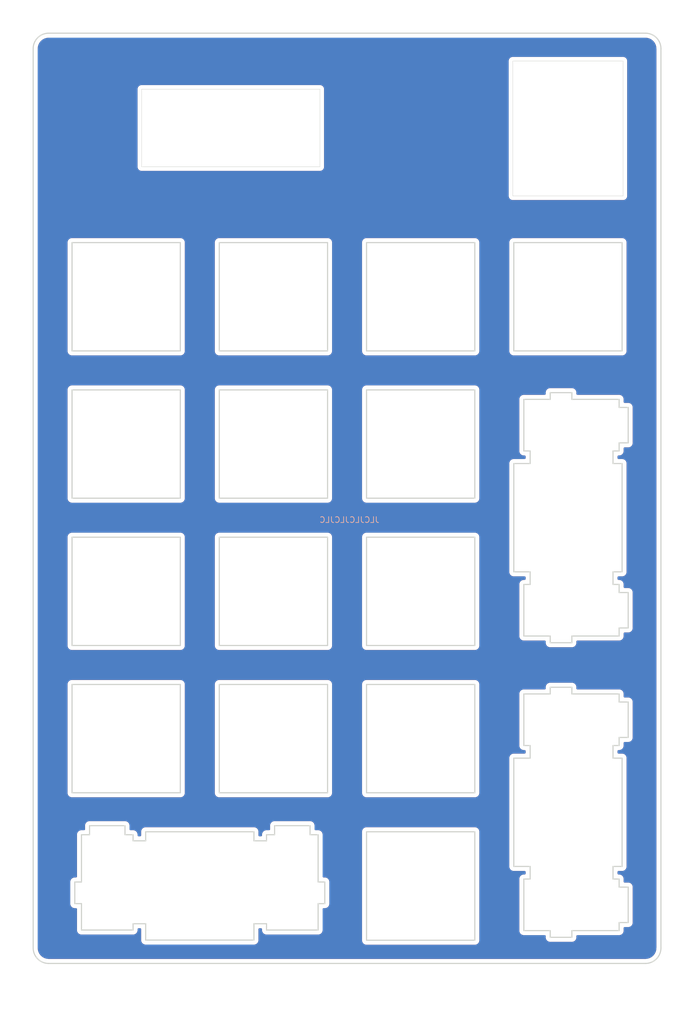
<source format=kicad_pcb>
(kicad_pcb (version 20171130) (host pcbnew "(5.1.10)-1")

  (general
    (thickness 1.6)
    (drawings 181)
    (tracks 0)
    (zones 0)
    (modules 0)
    (nets 1)
  )

  (page A4)
  (title_block
    (title "PyKey18 RP2040")
    (date 2021-11-21)
    (rev 1.0)
    (company "Pierre Constantineau (JPConstantineau)")
    (comment 1 "License: CERN-OHL-W (CERN OHL v2)")
    (comment 2 "Project: https://github.com/jpconstantineau/PyKey60")
  )

  (layers
    (0 F.Cu signal)
    (31 B.Cu signal)
    (32 B.Adhes user)
    (33 F.Adhes user)
    (34 B.Paste user)
    (35 F.Paste user)
    (36 B.SilkS user)
    (37 F.SilkS user)
    (38 B.Mask user)
    (39 F.Mask user)
    (40 Dwgs.User user)
    (41 Cmts.User user)
    (42 Eco1.User user)
    (43 Eco2.User user)
    (44 Edge.Cuts user)
    (45 Margin user)
    (46 B.CrtYd user)
    (47 F.CrtYd user)
    (48 B.Fab user)
    (49 F.Fab user)
  )

  (setup
    (last_trace_width 0.25)
    (user_trace_width 0.1524)
    (user_trace_width 0.2)
    (user_trace_width 0.5)
    (trace_clearance 0.2)
    (zone_clearance 0.508)
    (zone_45_only no)
    (trace_min 0.1524)
    (via_size 0.8)
    (via_drill 0.4)
    (via_min_size 0.4)
    (via_min_drill 0.3)
    (uvia_size 0.3)
    (uvia_drill 0.1)
    (uvias_allowed no)
    (uvia_min_size 0.2)
    (uvia_min_drill 0.1)
    (edge_width 0.05)
    (segment_width 0.2)
    (pcb_text_width 0.3)
    (pcb_text_size 1.5 1.5)
    (mod_edge_width 0.12)
    (mod_text_size 1 1)
    (mod_text_width 0.15)
    (pad_size 2.2 2.2)
    (pad_drill 2.2)
    (pad_to_mask_clearance 0)
    (aux_axis_origin 0 0)
    (visible_elements 7FFFFFFF)
    (pcbplotparams
      (layerselection 0x010fc_ffffffff)
      (usegerberextensions false)
      (usegerberattributes true)
      (usegerberadvancedattributes true)
      (creategerberjobfile true)
      (excludeedgelayer true)
      (linewidth 0.100000)
      (plotframeref false)
      (viasonmask false)
      (mode 1)
      (useauxorigin false)
      (hpglpennumber 1)
      (hpglpenspeed 20)
      (hpglpendiameter 15.000000)
      (psnegative false)
      (psa4output false)
      (plotreference true)
      (plotvalue true)
      (plotinvisibletext false)
      (padsonsilk false)
      (subtractmaskfromsilk false)
      (outputformat 1)
      (mirror false)
      (drillshape 0)
      (scaleselection 1)
      (outputdirectory "gerber/"))
  )

  (net 0 "")

  (net_class Default "This is the default net class."
    (clearance 0.2)
    (trace_width 0.25)
    (via_dia 0.8)
    (via_drill 0.4)
    (uvia_dia 0.3)
    (uvia_drill 0.1)
  )

  (gr_line (start 64 57.23) (end 64 67.23) (layer Edge.Cuts) (width 0.05))
  (gr_line (start 64 67.23) (end 87 67.23) (layer Edge.Cuts) (width 0.05))
  (gr_line (start 87 57.23) (end 87 67.23) (layer Edge.Cuts) (width 0.05))
  (gr_line (start 64 57.23) (end 87 57.23) (layer Edge.Cuts) (width 0.05))
  (gr_text JLCJLCJLCJLC (at 90.805 112.776) (layer B.SilkS)
    (effects (font (size 0.75 0.75) (thickness 0.1)) (justify mirror))
  )
  (gr_line (start 87.985 77.015) (end 87.985 90.985) (layer Edge.Cuts) (width 0.15))
  (gr_line (start 113.3104 159.1106) (end 113.3104 165.7654) (layer Edge.Cuts) (width 0.15) (tstamp 619F59D7))
  (gr_line (start 114.1232 159.1106) (end 113.3104 159.1106) (layer Edge.Cuts) (width 0.15))
  (gr_line (start 114.1232 157.485) (end 114.1232 159.1106) (layer Edge.Cuts) (width 0.15))
  (gr_line (start 112.015 157.485) (end 114.1232 157.485) (layer Edge.Cuts) (width 0.15))
  (gr_line (start 112.015 143.515) (end 112.015 157.485) (layer Edge.Cuts) (width 0.15))
  (gr_line (start 114.1232 143.515) (end 112.015 143.515) (layer Edge.Cuts) (width 0.15))
  (gr_line (start 114.1232 141.8894) (end 114.1232 143.515) (layer Edge.Cuts) (width 0.15))
  (gr_line (start 113.3104 141.8894) (end 114.1232 141.8894) (layer Edge.Cuts) (width 0.15))
  (gr_line (start 113.3104 135.2346) (end 113.3104 141.8894) (layer Edge.Cuts) (width 0.15))
  (gr_line (start 116.714 135.2346) (end 113.3104 135.2346) (layer Edge.Cuts) (width 0.15))
  (gr_line (start 116.714 134.371) (end 116.714 135.2346) (layer Edge.Cuts) (width 0.15))
  (gr_line (start 119.508 134.371) (end 116.714 134.371) (layer Edge.Cuts) (width 0.15))
  (gr_line (start 119.508 135.2346) (end 119.508 134.371) (layer Edge.Cuts) (width 0.15))
  (gr_line (start 125.604 135.2346) (end 119.508 135.2346) (layer Edge.Cuts) (width 0.15))
  (gr_line (start 125.604 136.276) (end 125.604 135.2346) (layer Edge.Cuts) (width 0.15))
  (gr_line (start 126.7724 136.276) (end 125.604 136.276) (layer Edge.Cuts) (width 0.15))
  (gr_line (start 126.7724 140.848) (end 126.7724 136.276) (layer Edge.Cuts) (width 0.15))
  (gr_line (start 125.604 140.848) (end 126.7724 140.848) (layer Edge.Cuts) (width 0.15))
  (gr_line (start 125.604 141.8894) (end 125.604 140.848) (layer Edge.Cuts) (width 0.15))
  (gr_line (start 124.8166 141.8894) (end 125.604 141.8894) (layer Edge.Cuts) (width 0.15))
  (gr_line (start 124.8166 143.515) (end 124.8166 141.8894) (layer Edge.Cuts) (width 0.15))
  (gr_line (start 125.985 143.515) (end 124.8166 143.515) (layer Edge.Cuts) (width 0.15))
  (gr_line (start 125.985 157.485) (end 125.985 143.515) (layer Edge.Cuts) (width 0.15))
  (gr_line (start 124.8166 157.485) (end 125.985 157.485) (layer Edge.Cuts) (width 0.15))
  (gr_line (start 124.8166 159.1106) (end 124.8166 157.485) (layer Edge.Cuts) (width 0.15))
  (gr_line (start 125.604 159.1106) (end 124.8166 159.1106) (layer Edge.Cuts) (width 0.15))
  (gr_line (start 125.604 160.152) (end 125.604 159.1106) (layer Edge.Cuts) (width 0.15))
  (gr_line (start 126.7724 160.152) (end 125.604 160.152) (layer Edge.Cuts) (width 0.15))
  (gr_line (start 126.7724 164.724) (end 126.7724 160.152) (layer Edge.Cuts) (width 0.15))
  (gr_line (start 125.604 164.724) (end 126.7724 164.724) (layer Edge.Cuts) (width 0.15))
  (gr_line (start 125.604 165.7654) (end 125.604 164.724) (layer Edge.Cuts) (width 0.15))
  (gr_line (start 119.508 165.7654) (end 125.604 165.7654) (layer Edge.Cuts) (width 0.15))
  (gr_line (start 119.508 166.629) (end 119.508 165.7654) (layer Edge.Cuts) (width 0.15))
  (gr_line (start 116.714 166.629) (end 119.508 166.629) (layer Edge.Cuts) (width 0.15))
  (gr_line (start 116.714 165.7654) (end 116.714 166.629) (layer Edge.Cuts) (width 0.15))
  (gr_line (start 113.3104 165.7654) (end 116.714 165.7654) (layer Edge.Cuts) (width 0.15))
  (gr_line (start 113.3104 103.8894) (end 113.3104 97.2346) (layer Edge.Cuts) (width 0.15) (tstamp 619F59D4))
  (gr_line (start 114.1232 103.8894) (end 113.3104 103.8894) (layer Edge.Cuts) (width 0.15))
  (gr_line (start 114.1232 105.515) (end 114.1232 103.8894) (layer Edge.Cuts) (width 0.15))
  (gr_line (start 112.015 105.515) (end 114.1232 105.515) (layer Edge.Cuts) (width 0.15))
  (gr_line (start 112.015 119.485) (end 112.015 105.515) (layer Edge.Cuts) (width 0.15))
  (gr_line (start 114.1232 119.485) (end 112.015 119.485) (layer Edge.Cuts) (width 0.15))
  (gr_line (start 114.1232 121.1106) (end 114.1232 119.485) (layer Edge.Cuts) (width 0.15))
  (gr_line (start 113.3104 121.1106) (end 114.1232 121.1106) (layer Edge.Cuts) (width 0.15))
  (gr_line (start 113.3104 127.7654) (end 113.3104 121.1106) (layer Edge.Cuts) (width 0.15))
  (gr_line (start 116.714 127.7654) (end 113.3104 127.7654) (layer Edge.Cuts) (width 0.15))
  (gr_line (start 116.714 128.629) (end 116.714 127.7654) (layer Edge.Cuts) (width 0.15))
  (gr_line (start 119.508 128.629) (end 116.714 128.629) (layer Edge.Cuts) (width 0.15))
  (gr_line (start 119.508 127.7654) (end 119.508 128.629) (layer Edge.Cuts) (width 0.15))
  (gr_line (start 125.604 127.7654) (end 119.508 127.7654) (layer Edge.Cuts) (width 0.15))
  (gr_line (start 125.604 126.724) (end 125.604 127.7654) (layer Edge.Cuts) (width 0.15))
  (gr_line (start 126.7724 126.724) (end 125.604 126.724) (layer Edge.Cuts) (width 0.15))
  (gr_line (start 126.7724 122.152) (end 126.7724 126.724) (layer Edge.Cuts) (width 0.15))
  (gr_line (start 125.604 122.152) (end 126.7724 122.152) (layer Edge.Cuts) (width 0.15))
  (gr_line (start 125.604 121.1106) (end 125.604 122.152) (layer Edge.Cuts) (width 0.15))
  (gr_line (start 124.8166 121.1106) (end 125.604 121.1106) (layer Edge.Cuts) (width 0.15))
  (gr_line (start 124.8166 119.485) (end 124.8166 121.1106) (layer Edge.Cuts) (width 0.15))
  (gr_line (start 125.985 119.485) (end 124.8166 119.485) (layer Edge.Cuts) (width 0.15))
  (gr_line (start 125.985 105.515) (end 125.985 119.485) (layer Edge.Cuts) (width 0.15))
  (gr_line (start 124.8166 105.515) (end 125.985 105.515) (layer Edge.Cuts) (width 0.15))
  (gr_line (start 124.8166 103.8894) (end 124.8166 105.515) (layer Edge.Cuts) (width 0.15))
  (gr_line (start 125.604 103.8894) (end 124.8166 103.8894) (layer Edge.Cuts) (width 0.15))
  (gr_line (start 125.604 102.848) (end 125.604 103.8894) (layer Edge.Cuts) (width 0.15))
  (gr_line (start 126.7724 102.848) (end 125.604 102.848) (layer Edge.Cuts) (width 0.15))
  (gr_line (start 126.7724 98.276) (end 126.7724 102.848) (layer Edge.Cuts) (width 0.15))
  (gr_line (start 125.604 98.276) (end 126.7724 98.276) (layer Edge.Cuts) (width 0.15))
  (gr_line (start 125.604 97.2346) (end 125.604 98.276) (layer Edge.Cuts) (width 0.15))
  (gr_line (start 119.508 97.2346) (end 125.604 97.2346) (layer Edge.Cuts) (width 0.15))
  (gr_line (start 119.508 96.371) (end 119.508 97.2346) (layer Edge.Cuts) (width 0.15))
  (gr_line (start 116.714 96.371) (end 119.508 96.371) (layer Edge.Cuts) (width 0.15))
  (gr_line (start 116.714 97.2346) (end 116.714 96.371) (layer Edge.Cuts) (width 0.15))
  (gr_line (start 113.3104 97.2346) (end 116.714 97.2346) (layer Edge.Cuts) (width 0.15))
  (gr_line (start 93.015 115.015) (end 93.015 128.985) (layer Edge.Cuts) (width 0.15))
  (gr_line (start 106.985 115.015) (end 93.015 115.015) (layer Edge.Cuts) (width 0.15))
  (gr_line (start 106.985 128.985) (end 106.985 115.015) (layer Edge.Cuts) (width 0.15))
  (gr_line (start 93.015 128.985) (end 106.985 128.985) (layer Edge.Cuts) (width 0.15))
  (gr_line (start 106.985 96.015) (end 93.015 96.015) (layer Edge.Cuts) (width 0.15))
  (gr_line (start 106.985 109.985) (end 106.985 96.015) (layer Edge.Cuts) (width 0.15))
  (gr_line (start 93.015 109.985) (end 106.985 109.985) (layer Edge.Cuts) (width 0.15))
  (gr_line (start 93.015 96.015) (end 93.015 109.985) (layer Edge.Cuts) (width 0.15))
  (gr_line (start 112.015 90.985) (end 112.015 77.015) (layer Edge.Cuts) (width 0.15))
  (gr_line (start 125.985 90.985) (end 112.015 90.985) (layer Edge.Cuts) (width 0.15))
  (gr_line (start 125.985 77.015) (end 125.985 90.985) (layer Edge.Cuts) (width 0.15))
  (gr_line (start 112.015 77.015) (end 125.985 77.015) (layer Edge.Cuts) (width 0.15))
  (gr_line (start 93.015 90.985) (end 93.015 77.015) (layer Edge.Cuts) (width 0.15))
  (gr_line (start 106.985 90.985) (end 93.015 90.985) (layer Edge.Cuts) (width 0.15))
  (gr_line (start 106.985 77.015) (end 106.985 90.985) (layer Edge.Cuts) (width 0.15))
  (gr_line (start 93.015 77.015) (end 106.985 77.015) (layer Edge.Cuts) (width 0.15))
  (gr_line (start 74.015 90.985) (end 74.015 77.015) (layer Edge.Cuts) (width 0.15))
  (gr_line (start 87.985 90.985) (end 74.015 90.985) (layer Edge.Cuts) (width 0.15))
  (gr_line (start 74.015 77.015) (end 87.985 77.015) (layer Edge.Cuts) (width 0.15))
  (gr_line (start 74.015 96.015) (end 74.015 109.985) (layer Edge.Cuts) (width 0.15))
  (gr_line (start 87.985 96.015) (end 74.015 96.015) (layer Edge.Cuts) (width 0.15))
  (gr_line (start 87.985 109.985) (end 87.985 96.015) (layer Edge.Cuts) (width 0.15))
  (gr_line (start 74.015 109.985) (end 87.985 109.985) (layer Edge.Cuts) (width 0.15))
  (gr_line (start 74.015 128.985) (end 74.015 115.015) (layer Edge.Cuts) (width 0.15))
  (gr_line (start 87.985 128.985) (end 74.015 128.985) (layer Edge.Cuts) (width 0.15))
  (gr_line (start 87.985 115.015) (end 87.985 128.985) (layer Edge.Cuts) (width 0.15))
  (gr_line (start 74.015 115.015) (end 87.985 115.015) (layer Edge.Cuts) (width 0.15))
  (gr_line (start 106.985 134.015) (end 93.015 134.015) (layer Edge.Cuts) (width 0.15))
  (gr_line (start 106.985 147.985) (end 106.985 134.015) (layer Edge.Cuts) (width 0.15))
  (gr_line (start 93.015 147.985) (end 106.985 147.985) (layer Edge.Cuts) (width 0.15))
  (gr_line (start 93.015 134.015) (end 93.015 147.985) (layer Edge.Cuts) (width 0.15))
  (gr_line (start 87.985 134.015) (end 74.015 134.015) (layer Edge.Cuts) (width 0.15))
  (gr_line (start 87.985 147.985) (end 87.985 134.015) (layer Edge.Cuts) (width 0.15))
  (gr_line (start 74.015 147.985) (end 87.985 147.985) (layer Edge.Cuts) (width 0.15))
  (gr_line (start 74.015 134.015) (end 74.015 147.985) (layer Edge.Cuts) (width 0.15))
  (gr_line (start 93.015 167.005) (end 93.015 153.015) (layer Edge.Cuts) (width 0.15) (tstamp 619F59B1))
  (gr_line (start 106.985 167.005) (end 93.015 167.005) (layer Edge.Cuts) (width 0.15))
  (gr_line (start 106.985 153.015) (end 106.985 167.005) (layer Edge.Cuts) (width 0.15))
  (gr_line (start 93.015 153.015) (end 106.985 153.015) (layer Edge.Cuts) (width 0.15))
  (gr_line (start 55.015 96.015) (end 55.015 109.985) (layer Edge.Cuts) (width 0.15) (tstamp 619F59AF))
  (gr_line (start 68.985 96.015) (end 55.015 96.015) (layer Edge.Cuts) (width 0.15))
  (gr_line (start 68.985 109.985) (end 68.985 96.015) (layer Edge.Cuts) (width 0.15))
  (gr_line (start 55.015 109.985) (end 68.985 109.985) (layer Edge.Cuts) (width 0.15))
  (gr_line (start 55.015 115.015) (end 55.015 128.985) (layer Edge.Cuts) (width 0.15) (tstamp 619F59AD))
  (gr_line (start 68.985 115.015) (end 55.015 115.015) (layer Edge.Cuts) (width 0.15))
  (gr_line (start 68.985 128.985) (end 68.985 115.015) (layer Edge.Cuts) (width 0.15))
  (gr_line (start 55.015 128.985) (end 68.985 128.985) (layer Edge.Cuts) (width 0.15))
  (gr_line (start 56.2346 159.492) (end 55.371 159.492) (layer Edge.Cuts) (width 0.15) (tstamp 619F58B4))
  (gr_line (start 56.2346 153.396) (end 56.2346 159.492) (layer Edge.Cuts) (width 0.15))
  (gr_line (start 57.276 153.396) (end 56.2346 153.396) (layer Edge.Cuts) (width 0.15))
  (gr_line (start 57.276 152.2276) (end 57.276 153.396) (layer Edge.Cuts) (width 0.15))
  (gr_line (start 61.848 152.2276) (end 57.276 152.2276) (layer Edge.Cuts) (width 0.15))
  (gr_line (start 61.848 153.396) (end 61.848 152.2276) (layer Edge.Cuts) (width 0.15))
  (gr_line (start 62.8894 153.396) (end 61.848 153.396) (layer Edge.Cuts) (width 0.15))
  (gr_line (start 62.8894 154.1834) (end 62.8894 153.396) (layer Edge.Cuts) (width 0.15))
  (gr_line (start 64.515 154.1834) (end 62.8894 154.1834) (layer Edge.Cuts) (width 0.15))
  (gr_line (start 64.515 153.015) (end 64.515 154.1834) (layer Edge.Cuts) (width 0.15))
  (gr_line (start 78.485 153.015) (end 64.515 153.015) (layer Edge.Cuts) (width 0.15))
  (gr_line (start 78.485 154.1834) (end 78.485 153.015) (layer Edge.Cuts) (width 0.15))
  (gr_line (start 80.1106 154.1834) (end 78.485 154.1834) (layer Edge.Cuts) (width 0.15))
  (gr_line (start 80.1106 153.396) (end 80.1106 154.1834) (layer Edge.Cuts) (width 0.15))
  (gr_line (start 81.152 153.396) (end 80.1106 153.396) (layer Edge.Cuts) (width 0.15))
  (gr_line (start 81.152 152.2276) (end 81.152 153.396) (layer Edge.Cuts) (width 0.15))
  (gr_line (start 85.724 152.2276) (end 81.152 152.2276) (layer Edge.Cuts) (width 0.15))
  (gr_line (start 85.724 153.396) (end 85.724 152.2276) (layer Edge.Cuts) (width 0.15))
  (gr_line (start 86.7654 153.396) (end 85.724 153.396) (layer Edge.Cuts) (width 0.15))
  (gr_line (start 86.7654 159.492) (end 86.7654 153.396) (layer Edge.Cuts) (width 0.15))
  (gr_line (start 87.629 159.492) (end 86.7654 159.492) (layer Edge.Cuts) (width 0.15))
  (gr_line (start 87.629 162.286) (end 87.629 159.492) (layer Edge.Cuts) (width 0.15))
  (gr_line (start 86.7654 162.286) (end 87.629 162.286) (layer Edge.Cuts) (width 0.15))
  (gr_line (start 86.7654 165.6896) (end 86.7654 162.286) (layer Edge.Cuts) (width 0.15))
  (gr_line (start 80.1106 165.6896) (end 86.7654 165.6896) (layer Edge.Cuts) (width 0.15))
  (gr_line (start 80.1106 164.8768) (end 80.1106 165.6896) (layer Edge.Cuts) (width 0.15))
  (gr_line (start 78.485 164.8768) (end 80.1106 164.8768) (layer Edge.Cuts) (width 0.15))
  (gr_line (start 78.485 166.985) (end 78.485 164.8768) (layer Edge.Cuts) (width 0.15))
  (gr_line (start 64.515 166.985) (end 78.485 166.985) (layer Edge.Cuts) (width 0.15))
  (gr_line (start 64.515 164.8768) (end 64.515 166.985) (layer Edge.Cuts) (width 0.15))
  (gr_line (start 62.8894 164.8768) (end 64.515 164.8768) (layer Edge.Cuts) (width 0.15))
  (gr_line (start 62.8894 165.6896) (end 62.8894 164.8768) (layer Edge.Cuts) (width 0.15))
  (gr_line (start 56.2346 165.6896) (end 62.8894 165.6896) (layer Edge.Cuts) (width 0.15))
  (gr_line (start 56.2346 162.286) (end 56.2346 165.6896) (layer Edge.Cuts) (width 0.15))
  (gr_line (start 55.371 162.286) (end 56.2346 162.286) (layer Edge.Cuts) (width 0.15))
  (gr_line (start 55.371 159.492) (end 55.371 162.286) (layer Edge.Cuts) (width 0.15))
  (gr_line (start 55.015 134.015) (end 55.015 147.985) (layer Edge.Cuts) (width 0.15))
  (gr_line (start 68.985 134.015) (end 55.015 134.015) (layer Edge.Cuts) (width 0.15))
  (gr_line (start 68.985 147.985) (end 68.985 134.015) (layer Edge.Cuts) (width 0.15))
  (gr_line (start 55.015 147.985) (end 68.985 147.985) (layer Edge.Cuts) (width 0.15))
  (gr_line (start 111.887 53.594) (end 111.887 70.993) (layer Edge.Cuts) (width 0.05) (tstamp 619F56F8))
  (gr_line (start 126.111 53.594) (end 111.887 53.594) (layer Edge.Cuts) (width 0.05))
  (gr_line (start 126.111 70.993) (end 126.111 53.594) (layer Edge.Cuts) (width 0.05))
  (gr_line (start 111.887 70.993) (end 126.111 70.993) (layer Edge.Cuts) (width 0.05))
  (gr_line (start 55.015 77.015) (end 55.015 90.985) (layer Edge.Cuts) (width 0.15))
  (gr_line (start 68.985 77.015) (end 55.015 77.015) (layer Edge.Cuts) (width 0.15))
  (gr_line (start 68.985 90.985) (end 68.985 77.015) (layer Edge.Cuts) (width 0.15))
  (gr_line (start 55.015 90.985) (end 68.985 90.985) (layer Edge.Cuts) (width 0.15))
  (gr_arc (start 129 52) (end 131 52) (angle -90) (layer Edge.Cuts) (width 0.15))
  (gr_arc (start 129 168) (end 129 170) (angle -90) (layer Edge.Cuts) (width 0.15))
  (gr_arc (start 52 168) (end 50 168) (angle -90) (layer Edge.Cuts) (width 0.15))
  (gr_arc (start 52 52) (end 52 50) (angle -90) (layer Edge.Cuts) (width 0.15))
  (gr_line (start 129 50) (end 52 50) (layer Edge.Cuts) (width 0.15) (tstamp 61977592))
  (gr_line (start 131 168) (end 131 52) (layer Edge.Cuts) (width 0.15))
  (gr_line (start 52 170) (end 129 170) (layer Edge.Cuts) (width 0.15))
  (gr_line (start 50 52) (end 50 168) (layer Edge.Cuts) (width 0.15))

  (zone (net 0) (net_name "") (layer B.Cu) (tstamp 619F5B03) (hatch edge 0.508)
    (connect_pads (clearance 0.508))
    (min_thickness 0.254)
    (fill yes (arc_segments 32) (thermal_gap 0.508) (thermal_bridge_width 0.508))
    (polygon
      (pts
        (xy 132.08 172.72) (xy 48.26 172.72) (xy 48.75 49.5) (xy 132.08 48.26)
      )
    )
    (filled_polygon
      (pts
        (xy 129.249899 50.737907) (xy 129.490285 50.810484) (xy 129.711991 50.928368) (xy 129.906577 51.087068) (xy 130.066635 51.280545)
        (xy 130.186064 51.501424) (xy 130.260317 51.741297) (xy 130.290001 52.023726) (xy 130.29 167.965279) (xy 130.262093 168.249899)
        (xy 130.189517 168.490282) (xy 130.071633 168.711989) (xy 129.912929 168.90658) (xy 129.719455 169.066635) (xy 129.498576 169.186064)
        (xy 129.258701 169.260317) (xy 128.976291 169.29) (xy 52.034721 169.29) (xy 51.750101 169.262093) (xy 51.509718 169.189517)
        (xy 51.288011 169.071633) (xy 51.09342 168.912929) (xy 50.933365 168.719455) (xy 50.813936 168.498576) (xy 50.739683 168.258701)
        (xy 50.71 167.976291) (xy 50.71 159.492) (xy 54.657565 159.492) (xy 54.661 159.526876) (xy 54.661001 162.251113)
        (xy 54.657565 162.286) (xy 54.671273 162.425184) (xy 54.711872 162.55902) (xy 54.7778 162.682363) (xy 54.866525 162.790475)
        (xy 54.974637 162.8792) (xy 55.09798 162.945128) (xy 55.231816 162.985727) (xy 55.336123 162.996) (xy 55.371 162.999435)
        (xy 55.405877 162.996) (xy 55.5246 162.996) (xy 55.524601 165.654713) (xy 55.521165 165.6896) (xy 55.534873 165.828784)
        (xy 55.575472 165.96262) (xy 55.6414 166.085963) (xy 55.730125 166.194075) (xy 55.838237 166.2828) (xy 55.96158 166.348728)
        (xy 56.095416 166.389327) (xy 56.199723 166.3996) (xy 56.2346 166.403035) (xy 56.269477 166.3996) (xy 62.854523 166.3996)
        (xy 62.8894 166.403035) (xy 62.924277 166.3996) (xy 63.028584 166.389327) (xy 63.16242 166.348728) (xy 63.285763 166.2828)
        (xy 63.393875 166.194075) (xy 63.4826 166.085963) (xy 63.548528 165.96262) (xy 63.589127 165.828784) (xy 63.602835 165.6896)
        (xy 63.5994 165.654723) (xy 63.5994 165.5868) (xy 63.805 165.5868) (xy 63.805001 166.950113) (xy 63.801565 166.985)
        (xy 63.815273 167.124184) (xy 63.855872 167.25802) (xy 63.9218 167.381363) (xy 64.010525 167.489475) (xy 64.118637 167.5782)
        (xy 64.24198 167.644128) (xy 64.375816 167.684727) (xy 64.480123 167.695) (xy 64.515 167.698435) (xy 64.549877 167.695)
        (xy 78.450123 167.695) (xy 78.485 167.698435) (xy 78.519877 167.695) (xy 78.624184 167.684727) (xy 78.75802 167.644128)
        (xy 78.881363 167.5782) (xy 78.989475 167.489475) (xy 79.0782 167.381363) (xy 79.144128 167.25802) (xy 79.184727 167.124184)
        (xy 79.198435 166.985) (xy 79.195 166.950123) (xy 79.195 165.5868) (xy 79.4006 165.5868) (xy 79.4006 165.654723)
        (xy 79.397165 165.6896) (xy 79.410873 165.828784) (xy 79.451472 165.96262) (xy 79.5174 166.085963) (xy 79.606125 166.194075)
        (xy 79.714237 166.2828) (xy 79.83758 166.348728) (xy 79.971416 166.389327) (xy 80.075723 166.3996) (xy 80.1106 166.403035)
        (xy 80.145477 166.3996) (xy 86.730523 166.3996) (xy 86.7654 166.403035) (xy 86.800277 166.3996) (xy 86.904584 166.389327)
        (xy 87.03842 166.348728) (xy 87.161763 166.2828) (xy 87.269875 166.194075) (xy 87.3586 166.085963) (xy 87.424528 165.96262)
        (xy 87.465127 165.828784) (xy 87.478835 165.6896) (xy 87.4754 165.654723) (xy 87.4754 162.996) (xy 87.594123 162.996)
        (xy 87.629 162.999435) (xy 87.663877 162.996) (xy 87.768184 162.985727) (xy 87.90202 162.945128) (xy 88.025363 162.8792)
        (xy 88.133475 162.790475) (xy 88.2222 162.682363) (xy 88.288128 162.55902) (xy 88.328727 162.425184) (xy 88.342435 162.286)
        (xy 88.339 162.251123) (xy 88.339 159.526876) (xy 88.342435 159.492) (xy 88.328727 159.352816) (xy 88.288128 159.21898)
        (xy 88.2222 159.095637) (xy 88.133475 158.987525) (xy 88.025363 158.8988) (xy 87.90202 158.832872) (xy 87.768184 158.792273)
        (xy 87.663877 158.782) (xy 87.629 158.778565) (xy 87.594123 158.782) (xy 87.4754 158.782) (xy 87.4754 153.430876)
        (xy 87.478835 153.396) (xy 87.465127 153.256816) (xy 87.424528 153.12298) (xy 87.366812 153.015) (xy 92.301565 153.015)
        (xy 92.305001 153.049887) (xy 92.305 166.970123) (xy 92.301565 167.005) (xy 92.315273 167.144184) (xy 92.355872 167.27802)
        (xy 92.4218 167.401363) (xy 92.510525 167.509475) (xy 92.594267 167.5782) (xy 92.618637 167.5982) (xy 92.74198 167.664128)
        (xy 92.875816 167.704727) (xy 93.015 167.718435) (xy 93.049877 167.715) (xy 106.950123 167.715) (xy 106.985 167.718435)
        (xy 107.019877 167.715) (xy 107.068391 167.710222) (xy 107.124184 167.704727) (xy 107.25802 167.664128) (xy 107.381363 167.5982)
        (xy 107.489475 167.509475) (xy 107.5782 167.401363) (xy 107.644128 167.27802) (xy 107.684727 167.144184) (xy 107.695 167.039877)
        (xy 107.695 167.039876) (xy 107.698435 167.005) (xy 107.695 166.970123) (xy 107.695 153.049877) (xy 107.698435 153.015)
        (xy 107.684727 152.875816) (xy 107.644128 152.74198) (xy 107.5782 152.618637) (xy 107.489475 152.510525) (xy 107.381363 152.4218)
        (xy 107.25802 152.355872) (xy 107.124184 152.315273) (xy 107.019877 152.305) (xy 106.985 152.301565) (xy 106.950123 152.305)
        (xy 93.049877 152.305) (xy 93.015 152.301565) (xy 92.980123 152.305) (xy 92.875816 152.315273) (xy 92.74198 152.355872)
        (xy 92.618637 152.4218) (xy 92.510525 152.510525) (xy 92.4218 152.618637) (xy 92.355872 152.74198) (xy 92.315273 152.875816)
        (xy 92.301565 153.015) (xy 87.366812 153.015) (xy 87.3586 152.999637) (xy 87.269875 152.891525) (xy 87.161763 152.8028)
        (xy 87.03842 152.736872) (xy 86.904584 152.696273) (xy 86.800277 152.686) (xy 86.7654 152.682565) (xy 86.730523 152.686)
        (xy 86.434 152.686) (xy 86.434 152.262477) (xy 86.437435 152.2276) (xy 86.423727 152.088416) (xy 86.383128 151.95458)
        (xy 86.3172 151.831237) (xy 86.228475 151.723125) (xy 86.120363 151.6344) (xy 85.99702 151.568472) (xy 85.863184 151.527873)
        (xy 85.758877 151.5176) (xy 85.724 151.514165) (xy 85.689123 151.5176) (xy 81.186877 151.5176) (xy 81.152 151.514165)
        (xy 81.117123 151.5176) (xy 81.012816 151.527873) (xy 80.87898 151.568472) (xy 80.755637 151.6344) (xy 80.647525 151.723125)
        (xy 80.5588 151.831237) (xy 80.492872 151.95458) (xy 80.452273 152.088416) (xy 80.438565 152.2276) (xy 80.442 152.262478)
        (xy 80.442 152.686) (xy 80.145477 152.686) (xy 80.1106 152.682565) (xy 80.075723 152.686) (xy 79.971416 152.696273)
        (xy 79.83758 152.736872) (xy 79.714237 152.8028) (xy 79.606125 152.891525) (xy 79.5174 152.999637) (xy 79.451472 153.12298)
        (xy 79.410873 153.256816) (xy 79.397165 153.396) (xy 79.4006 153.430876) (xy 79.4006 153.4734) (xy 79.195 153.4734)
        (xy 79.195 153.049877) (xy 79.198435 153.015) (xy 79.184727 152.875816) (xy 79.144128 152.74198) (xy 79.0782 152.618637)
        (xy 78.989475 152.510525) (xy 78.881363 152.4218) (xy 78.75802 152.355872) (xy 78.624184 152.315273) (xy 78.519877 152.305)
        (xy 78.485 152.301565) (xy 78.450123 152.305) (xy 64.549877 152.305) (xy 64.515 152.301565) (xy 64.480123 152.305)
        (xy 64.375816 152.315273) (xy 64.24198 152.355872) (xy 64.118637 152.4218) (xy 64.010525 152.510525) (xy 63.9218 152.618637)
        (xy 63.855872 152.74198) (xy 63.815273 152.875816) (xy 63.801565 153.015) (xy 63.805 153.049878) (xy 63.805 153.4734)
        (xy 63.5994 153.4734) (xy 63.5994 153.430876) (xy 63.602835 153.396) (xy 63.589127 153.256816) (xy 63.548528 153.12298)
        (xy 63.4826 152.999637) (xy 63.393875 152.891525) (xy 63.285763 152.8028) (xy 63.16242 152.736872) (xy 63.028584 152.696273)
        (xy 62.924277 152.686) (xy 62.8894 152.682565) (xy 62.854523 152.686) (xy 62.558 152.686) (xy 62.558 152.262477)
        (xy 62.561435 152.2276) (xy 62.547727 152.088416) (xy 62.507128 151.95458) (xy 62.4412 151.831237) (xy 62.352475 151.723125)
        (xy 62.244363 151.6344) (xy 62.12102 151.568472) (xy 61.987184 151.527873) (xy 61.882877 151.5176) (xy 61.848 151.514165)
        (xy 61.813123 151.5176) (xy 57.310877 151.5176) (xy 57.276 151.514165) (xy 57.241123 151.5176) (xy 57.136816 151.527873)
        (xy 57.00298 151.568472) (xy 56.879637 151.6344) (xy 56.771525 151.723125) (xy 56.6828 151.831237) (xy 56.616872 151.95458)
        (xy 56.576273 152.088416) (xy 56.562565 152.2276) (xy 56.566 152.262478) (xy 56.566 152.686) (xy 56.269477 152.686)
        (xy 56.2346 152.682565) (xy 56.199723 152.686) (xy 56.095416 152.696273) (xy 55.96158 152.736872) (xy 55.838237 152.8028)
        (xy 55.730125 152.891525) (xy 55.6414 152.999637) (xy 55.575472 153.12298) (xy 55.534873 153.256816) (xy 55.521165 153.396)
        (xy 55.5246 153.430876) (xy 55.524601 158.782) (xy 55.405877 158.782) (xy 55.371 158.778565) (xy 55.336123 158.782)
        (xy 55.231816 158.792273) (xy 55.09798 158.832872) (xy 54.974637 158.8988) (xy 54.866525 158.987525) (xy 54.7778 159.095637)
        (xy 54.711872 159.21898) (xy 54.671273 159.352816) (xy 54.657565 159.492) (xy 50.71 159.492) (xy 50.71 134.015)
        (xy 54.301565 134.015) (xy 54.305 134.049877) (xy 54.305001 147.950113) (xy 54.301565 147.985) (xy 54.315273 148.124184)
        (xy 54.355872 148.25802) (xy 54.4218 148.381363) (xy 54.510525 148.489475) (xy 54.618637 148.5782) (xy 54.74198 148.644128)
        (xy 54.875816 148.684727) (xy 54.980123 148.695) (xy 55.015 148.698435) (xy 55.049877 148.695) (xy 68.950123 148.695)
        (xy 68.985 148.698435) (xy 69.019877 148.695) (xy 69.124184 148.684727) (xy 69.25802 148.644128) (xy 69.381363 148.5782)
        (xy 69.489475 148.489475) (xy 69.5782 148.381363) (xy 69.644128 148.25802) (xy 69.684727 148.124184) (xy 69.698435 147.985)
        (xy 69.695 147.950123) (xy 69.695 134.049877) (xy 69.698435 134.015) (xy 73.301565 134.015) (xy 73.305 134.049877)
        (xy 73.305001 147.950113) (xy 73.301565 147.985) (xy 73.315273 148.124184) (xy 73.355872 148.25802) (xy 73.4218 148.381363)
        (xy 73.510525 148.489475) (xy 73.618637 148.5782) (xy 73.74198 148.644128) (xy 73.875816 148.684727) (xy 73.980123 148.695)
        (xy 74.015 148.698435) (xy 74.049877 148.695) (xy 87.950123 148.695) (xy 87.985 148.698435) (xy 88.019877 148.695)
        (xy 88.124184 148.684727) (xy 88.25802 148.644128) (xy 88.381363 148.5782) (xy 88.489475 148.489475) (xy 88.5782 148.381363)
        (xy 88.644128 148.25802) (xy 88.684727 148.124184) (xy 88.698435 147.985) (xy 88.695 147.950123) (xy 88.695 134.049877)
        (xy 88.698435 134.015) (xy 92.301565 134.015) (xy 92.305 134.049877) (xy 92.305001 147.950113) (xy 92.301565 147.985)
        (xy 92.315273 148.124184) (xy 92.355872 148.25802) (xy 92.4218 148.381363) (xy 92.510525 148.489475) (xy 92.618637 148.5782)
        (xy 92.74198 148.644128) (xy 92.875816 148.684727) (xy 92.980123 148.695) (xy 93.015 148.698435) (xy 93.049877 148.695)
        (xy 106.950123 148.695) (xy 106.985 148.698435) (xy 107.019877 148.695) (xy 107.124184 148.684727) (xy 107.25802 148.644128)
        (xy 107.381363 148.5782) (xy 107.489475 148.489475) (xy 107.5782 148.381363) (xy 107.644128 148.25802) (xy 107.684727 148.124184)
        (xy 107.698435 147.985) (xy 107.695 147.950123) (xy 107.695 143.515) (xy 111.301565 143.515) (xy 111.305 143.549876)
        (xy 111.305001 157.450113) (xy 111.301565 157.485) (xy 111.315273 157.624184) (xy 111.355872 157.75802) (xy 111.4218 157.881363)
        (xy 111.510525 157.989475) (xy 111.618637 158.0782) (xy 111.74198 158.144128) (xy 111.875816 158.184727) (xy 111.980123 158.195)
        (xy 112.015 158.198435) (xy 112.049877 158.195) (xy 113.4132 158.195) (xy 113.413201 158.4006) (xy 113.345277 158.4006)
        (xy 113.3104 158.397165) (xy 113.275523 158.4006) (xy 113.171216 158.410873) (xy 113.03738 158.451472) (xy 112.914037 158.5174)
        (xy 112.805925 158.606125) (xy 112.7172 158.714237) (xy 112.651272 158.83758) (xy 112.610673 158.971416) (xy 112.596965 159.1106)
        (xy 112.6004 159.145476) (xy 112.600401 165.730513) (xy 112.596965 165.7654) (xy 112.610673 165.904584) (xy 112.651272 166.03842)
        (xy 112.7172 166.161763) (xy 112.805925 166.269875) (xy 112.914037 166.3586) (xy 113.03738 166.424528) (xy 113.171216 166.465127)
        (xy 113.275523 166.4754) (xy 113.3104 166.478835) (xy 113.345277 166.4754) (xy 116.004 166.4754) (xy 116.004 166.594123)
        (xy 116.000565 166.629) (xy 116.014273 166.768184) (xy 116.054872 166.90202) (xy 116.1208 167.025363) (xy 116.209525 167.133475)
        (xy 116.317637 167.2222) (xy 116.44098 167.288128) (xy 116.574816 167.328727) (xy 116.679123 167.339) (xy 116.714 167.342435)
        (xy 116.748877 167.339) (xy 119.473123 167.339) (xy 119.508 167.342435) (xy 119.542877 167.339) (xy 119.647184 167.328727)
        (xy 119.78102 167.288128) (xy 119.904363 167.2222) (xy 120.012475 167.133475) (xy 120.1012 167.025363) (xy 120.167128 166.90202)
        (xy 120.207727 166.768184) (xy 120.221435 166.629) (xy 120.218 166.594123) (xy 120.218 166.4754) (xy 125.569123 166.4754)
        (xy 125.604 166.478835) (xy 125.638877 166.4754) (xy 125.743184 166.465127) (xy 125.87702 166.424528) (xy 126.000363 166.3586)
        (xy 126.108475 166.269875) (xy 126.1972 166.161763) (xy 126.263128 166.03842) (xy 126.303727 165.904584) (xy 126.317435 165.7654)
        (xy 126.314 165.730523) (xy 126.314 165.434) (xy 126.737523 165.434) (xy 126.7724 165.437435) (xy 126.807277 165.434)
        (xy 126.911584 165.423727) (xy 127.04542 165.383128) (xy 127.168763 165.3172) (xy 127.276875 165.228475) (xy 127.3656 165.120363)
        (xy 127.431528 164.99702) (xy 127.472127 164.863184) (xy 127.485835 164.724) (xy 127.4824 164.689123) (xy 127.4824 160.186876)
        (xy 127.485835 160.152) (xy 127.472127 160.012816) (xy 127.431528 159.87898) (xy 127.3656 159.755637) (xy 127.276875 159.647525)
        (xy 127.168763 159.5588) (xy 127.04542 159.492872) (xy 126.911584 159.452273) (xy 126.807277 159.442) (xy 126.7724 159.438565)
        (xy 126.737523 159.442) (xy 126.314 159.442) (xy 126.314 159.145476) (xy 126.317435 159.1106) (xy 126.303727 158.971416)
        (xy 126.263128 158.83758) (xy 126.1972 158.714237) (xy 126.108475 158.606125) (xy 126.000363 158.5174) (xy 125.87702 158.451472)
        (xy 125.743184 158.410873) (xy 125.638877 158.4006) (xy 125.604 158.397165) (xy 125.569123 158.4006) (xy 125.5266 158.4006)
        (xy 125.5266 158.195) (xy 125.950123 158.195) (xy 125.985 158.198435) (xy 126.019877 158.195) (xy 126.124184 158.184727)
        (xy 126.25802 158.144128) (xy 126.381363 158.0782) (xy 126.489475 157.989475) (xy 126.5782 157.881363) (xy 126.644128 157.75802)
        (xy 126.684727 157.624184) (xy 126.698435 157.485) (xy 126.695 157.450123) (xy 126.695 143.549876) (xy 126.698435 143.515)
        (xy 126.684727 143.375816) (xy 126.644128 143.24198) (xy 126.5782 143.118637) (xy 126.489475 143.010525) (xy 126.381363 142.9218)
        (xy 126.25802 142.855872) (xy 126.124184 142.815273) (xy 126.019877 142.805) (xy 125.985 142.801565) (xy 125.950123 142.805)
        (xy 125.5266 142.805) (xy 125.5266 142.5994) (xy 125.569123 142.5994) (xy 125.604 142.602835) (xy 125.638877 142.5994)
        (xy 125.743184 142.589127) (xy 125.87702 142.548528) (xy 126.000363 142.4826) (xy 126.108475 142.393875) (xy 126.1972 142.285763)
        (xy 126.263128 142.16242) (xy 126.303727 142.028584) (xy 126.317435 141.8894) (xy 126.314 141.854523) (xy 126.314 141.558)
        (xy 126.737523 141.558) (xy 126.7724 141.561435) (xy 126.807277 141.558) (xy 126.911584 141.547727) (xy 127.04542 141.507128)
        (xy 127.168763 141.4412) (xy 127.276875 141.352475) (xy 127.3656 141.244363) (xy 127.431528 141.12102) (xy 127.472127 140.987184)
        (xy 127.485835 140.848) (xy 127.4824 140.813123) (xy 127.4824 136.310876) (xy 127.485835 136.276) (xy 127.472127 136.136816)
        (xy 127.431528 136.00298) (xy 127.3656 135.879637) (xy 127.276875 135.771525) (xy 127.168763 135.6828) (xy 127.04542 135.616872)
        (xy 126.911584 135.576273) (xy 126.807277 135.566) (xy 126.7724 135.562565) (xy 126.737523 135.566) (xy 126.314 135.566)
        (xy 126.314 135.269476) (xy 126.317435 135.2346) (xy 126.303727 135.095416) (xy 126.263128 134.96158) (xy 126.1972 134.838237)
        (xy 126.108475 134.730125) (xy 126.000363 134.6414) (xy 125.87702 134.575472) (xy 125.743184 134.534873) (xy 125.638877 134.5246)
        (xy 125.604 134.521165) (xy 125.569123 134.5246) (xy 120.218 134.5246) (xy 120.218 134.405877) (xy 120.221435 134.371)
        (xy 120.207727 134.231816) (xy 120.167128 134.09798) (xy 120.1012 133.974637) (xy 120.012475 133.866525) (xy 119.904363 133.7778)
        (xy 119.78102 133.711872) (xy 119.647184 133.671273) (xy 119.542877 133.661) (xy 119.508 133.657565) (xy 119.473123 133.661)
        (xy 116.748877 133.661) (xy 116.714 133.657565) (xy 116.679123 133.661) (xy 116.574816 133.671273) (xy 116.44098 133.711872)
        (xy 116.317637 133.7778) (xy 116.209525 133.866525) (xy 116.1208 133.974637) (xy 116.054872 134.09798) (xy 116.014273 134.231816)
        (xy 116.000565 134.371) (xy 116.004 134.405877) (xy 116.004 134.5246) (xy 113.345277 134.5246) (xy 113.3104 134.521165)
        (xy 113.275523 134.5246) (xy 113.171216 134.534873) (xy 113.03738 134.575472) (xy 112.914037 134.6414) (xy 112.805925 134.730125)
        (xy 112.7172 134.838237) (xy 112.651272 134.96158) (xy 112.610673 135.095416) (xy 112.596965 135.2346) (xy 112.6004 135.269476)
        (xy 112.600401 141.854513) (xy 112.596965 141.8894) (xy 112.610673 142.028584) (xy 112.651272 142.16242) (xy 112.7172 142.285763)
        (xy 112.805925 142.393875) (xy 112.914037 142.4826) (xy 113.03738 142.548528) (xy 113.171216 142.589127) (xy 113.275523 142.5994)
        (xy 113.3104 142.602835) (xy 113.345277 142.5994) (xy 113.4132 142.5994) (xy 113.413201 142.805) (xy 112.049877 142.805)
        (xy 112.015 142.801565) (xy 111.980123 142.805) (xy 111.875816 142.815273) (xy 111.74198 142.855872) (xy 111.618637 142.9218)
        (xy 111.510525 143.010525) (xy 111.4218 143.118637) (xy 111.355872 143.24198) (xy 111.315273 143.375816) (xy 111.301565 143.515)
        (xy 107.695 143.515) (xy 107.695 134.049877) (xy 107.698435 134.015) (xy 107.684727 133.875816) (xy 107.644128 133.74198)
        (xy 107.5782 133.618637) (xy 107.489475 133.510525) (xy 107.381363 133.4218) (xy 107.25802 133.355872) (xy 107.124184 133.315273)
        (xy 107.019877 133.305) (xy 106.985 133.301565) (xy 106.950123 133.305) (xy 93.049877 133.305) (xy 93.015 133.301565)
        (xy 92.980123 133.305) (xy 92.875816 133.315273) (xy 92.74198 133.355872) (xy 92.618637 133.4218) (xy 92.510525 133.510525)
        (xy 92.4218 133.618637) (xy 92.355872 133.74198) (xy 92.315273 133.875816) (xy 92.301565 134.015) (xy 88.698435 134.015)
        (xy 88.684727 133.875816) (xy 88.644128 133.74198) (xy 88.5782 133.618637) (xy 88.489475 133.510525) (xy 88.381363 133.4218)
        (xy 88.25802 133.355872) (xy 88.124184 133.315273) (xy 88.019877 133.305) (xy 87.985 133.301565) (xy 87.950123 133.305)
        (xy 74.049877 133.305) (xy 74.015 133.301565) (xy 73.980123 133.305) (xy 73.875816 133.315273) (xy 73.74198 133.355872)
        (xy 73.618637 133.4218) (xy 73.510525 133.510525) (xy 73.4218 133.618637) (xy 73.355872 133.74198) (xy 73.315273 133.875816)
        (xy 73.301565 134.015) (xy 69.698435 134.015) (xy 69.684727 133.875816) (xy 69.644128 133.74198) (xy 69.5782 133.618637)
        (xy 69.489475 133.510525) (xy 69.381363 133.4218) (xy 69.25802 133.355872) (xy 69.124184 133.315273) (xy 69.019877 133.305)
        (xy 68.985 133.301565) (xy 68.950123 133.305) (xy 55.049877 133.305) (xy 55.015 133.301565) (xy 54.980123 133.305)
        (xy 54.875816 133.315273) (xy 54.74198 133.355872) (xy 54.618637 133.4218) (xy 54.510525 133.510525) (xy 54.4218 133.618637)
        (xy 54.355872 133.74198) (xy 54.315273 133.875816) (xy 54.301565 134.015) (xy 50.71 134.015) (xy 50.71 115.015)
        (xy 54.301565 115.015) (xy 54.305 115.049877) (xy 54.305001 128.950113) (xy 54.301565 128.985) (xy 54.315273 129.124184)
        (xy 54.355872 129.25802) (xy 54.4218 129.381363) (xy 54.510525 129.489475) (xy 54.618637 129.5782) (xy 54.74198 129.644128)
        (xy 54.875816 129.684727) (xy 54.980123 129.695) (xy 55.015 129.698435) (xy 55.049877 129.695) (xy 68.950123 129.695)
        (xy 68.985 129.698435) (xy 69.019877 129.695) (xy 69.124184 129.684727) (xy 69.25802 129.644128) (xy 69.381363 129.5782)
        (xy 69.489475 129.489475) (xy 69.5782 129.381363) (xy 69.644128 129.25802) (xy 69.684727 129.124184) (xy 69.698435 128.985)
        (xy 69.695 128.950123) (xy 69.695 115.049877) (xy 69.698435 115.015) (xy 73.301565 115.015) (xy 73.305001 115.049887)
        (xy 73.305 128.950123) (xy 73.301565 128.985) (xy 73.315273 129.124184) (xy 73.355872 129.25802) (xy 73.4218 129.381363)
        (xy 73.510525 129.489475) (xy 73.618637 129.5782) (xy 73.74198 129.644128) (xy 73.875816 129.684727) (xy 74.015 129.698435)
        (xy 74.049877 129.695) (xy 87.950123 129.695) (xy 87.985 129.698435) (xy 88.019877 129.695) (xy 88.124184 129.684727)
        (xy 88.25802 129.644128) (xy 88.381363 129.5782) (xy 88.489475 129.489475) (xy 88.5782 129.381363) (xy 88.644128 129.25802)
        (xy 88.684727 129.124184) (xy 88.698435 128.985) (xy 88.695 128.950123) (xy 88.695 115.049877) (xy 88.698435 115.015)
        (xy 92.301565 115.015) (xy 92.305 115.049877) (xy 92.305001 128.950113) (xy 92.301565 128.985) (xy 92.315273 129.124184)
        (xy 92.355872 129.25802) (xy 92.4218 129.381363) (xy 92.510525 129.489475) (xy 92.618637 129.5782) (xy 92.74198 129.644128)
        (xy 92.875816 129.684727) (xy 92.980123 129.695) (xy 93.015 129.698435) (xy 93.049877 129.695) (xy 106.950123 129.695)
        (xy 106.985 129.698435) (xy 107.019877 129.695) (xy 107.124184 129.684727) (xy 107.25802 129.644128) (xy 107.381363 129.5782)
        (xy 107.489475 129.489475) (xy 107.5782 129.381363) (xy 107.644128 129.25802) (xy 107.684727 129.124184) (xy 107.698435 128.985)
        (xy 107.695 128.950123) (xy 107.695 115.049877) (xy 107.698435 115.015) (xy 107.684727 114.875816) (xy 107.644128 114.74198)
        (xy 107.5782 114.618637) (xy 107.489475 114.510525) (xy 107.381363 114.4218) (xy 107.25802 114.355872) (xy 107.124184 114.315273)
        (xy 107.019877 114.305) (xy 106.985 114.301565) (xy 106.950123 114.305) (xy 93.049877 114.305) (xy 93.015 114.301565)
        (xy 92.980123 114.305) (xy 92.875816 114.315273) (xy 92.74198 114.355872) (xy 92.618637 114.4218) (xy 92.510525 114.510525)
        (xy 92.4218 114.618637) (xy 92.355872 114.74198) (xy 92.315273 114.875816) (xy 92.301565 115.015) (xy 88.698435 115.015)
        (xy 88.684727 114.875816) (xy 88.644128 114.74198) (xy 88.5782 114.618637) (xy 88.489475 114.510525) (xy 88.381363 114.4218)
        (xy 88.25802 114.355872) (xy 88.124184 114.315273) (xy 88.019877 114.305) (xy 87.985 114.301565) (xy 87.950123 114.305)
        (xy 74.049877 114.305) (xy 74.015 114.301565) (xy 73.980123 114.305) (xy 73.875816 114.315273) (xy 73.74198 114.355872)
        (xy 73.618637 114.4218) (xy 73.510525 114.510525) (xy 73.4218 114.618637) (xy 73.355872 114.74198) (xy 73.315273 114.875816)
        (xy 73.301565 115.015) (xy 69.698435 115.015) (xy 69.684727 114.875816) (xy 69.644128 114.74198) (xy 69.5782 114.618637)
        (xy 69.489475 114.510525) (xy 69.381363 114.4218) (xy 69.25802 114.355872) (xy 69.124184 114.315273) (xy 69.019877 114.305)
        (xy 68.985 114.301565) (xy 68.950123 114.305) (xy 55.049877 114.305) (xy 55.015 114.301565) (xy 54.980123 114.305)
        (xy 54.875816 114.315273) (xy 54.74198 114.355872) (xy 54.618637 114.4218) (xy 54.510525 114.510525) (xy 54.4218 114.618637)
        (xy 54.355872 114.74198) (xy 54.315273 114.875816) (xy 54.301565 115.015) (xy 50.71 115.015) (xy 50.71 96.015)
        (xy 54.301565 96.015) (xy 54.305 96.049877) (xy 54.305001 109.950113) (xy 54.301565 109.985) (xy 54.315273 110.124184)
        (xy 54.355872 110.25802) (xy 54.4218 110.381363) (xy 54.510525 110.489475) (xy 54.618637 110.5782) (xy 54.74198 110.644128)
        (xy 54.875816 110.684727) (xy 54.980123 110.695) (xy 55.015 110.698435) (xy 55.049877 110.695) (xy 68.950123 110.695)
        (xy 68.985 110.698435) (xy 69.019877 110.695) (xy 69.124184 110.684727) (xy 69.25802 110.644128) (xy 69.381363 110.5782)
        (xy 69.489475 110.489475) (xy 69.5782 110.381363) (xy 69.644128 110.25802) (xy 69.684727 110.124184) (xy 69.698435 109.985)
        (xy 69.695 109.950123) (xy 69.695 96.049877) (xy 69.698435 96.015) (xy 73.301565 96.015) (xy 73.305 96.049877)
        (xy 73.305001 109.950113) (xy 73.301565 109.985) (xy 73.315273 110.124184) (xy 73.355872 110.25802) (xy 73.4218 110.381363)
        (xy 73.510525 110.489475) (xy 73.618637 110.5782) (xy 73.74198 110.644128) (xy 73.875816 110.684727) (xy 73.980123 110.695)
        (xy 74.015 110.698435) (xy 74.049877 110.695) (xy 87.950123 110.695) (xy 87.985 110.698435) (xy 88.019877 110.695)
        (xy 88.124184 110.684727) (xy 88.25802 110.644128) (xy 88.381363 110.5782) (xy 88.489475 110.489475) (xy 88.5782 110.381363)
        (xy 88.644128 110.25802) (xy 88.684727 110.124184) (xy 88.698435 109.985) (xy 88.695 109.950123) (xy 88.695 96.049877)
        (xy 88.698435 96.015) (xy 92.301565 96.015) (xy 92.305 96.049877) (xy 92.305001 109.950113) (xy 92.301565 109.985)
        (xy 92.315273 110.124184) (xy 92.355872 110.25802) (xy 92.4218 110.381363) (xy 92.510525 110.489475) (xy 92.618637 110.5782)
        (xy 92.74198 110.644128) (xy 92.875816 110.684727) (xy 92.980123 110.695) (xy 93.015 110.698435) (xy 93.049877 110.695)
        (xy 106.950123 110.695) (xy 106.985 110.698435) (xy 107.019877 110.695) (xy 107.124184 110.684727) (xy 107.25802 110.644128)
        (xy 107.381363 110.5782) (xy 107.489475 110.489475) (xy 107.5782 110.381363) (xy 107.644128 110.25802) (xy 107.684727 110.124184)
        (xy 107.698435 109.985) (xy 107.695 109.950123) (xy 107.695 105.515) (xy 111.301565 105.515) (xy 111.305001 105.549887)
        (xy 111.305 119.450123) (xy 111.301565 119.485) (xy 111.315273 119.624184) (xy 111.355872 119.75802) (xy 111.4218 119.881363)
        (xy 111.510525 119.989475) (xy 111.618637 120.0782) (xy 111.74198 120.144128) (xy 111.875816 120.184727) (xy 112.015 120.198435)
        (xy 112.049877 120.195) (xy 113.413201 120.195) (xy 113.4132 120.4006) (xy 113.345277 120.4006) (xy 113.3104 120.397165)
        (xy 113.275523 120.4006) (xy 113.171216 120.410873) (xy 113.03738 120.451472) (xy 112.914037 120.5174) (xy 112.805925 120.606125)
        (xy 112.7172 120.714237) (xy 112.651272 120.83758) (xy 112.610673 120.971416) (xy 112.596965 121.1106) (xy 112.600401 121.145487)
        (xy 112.6004 127.730523) (xy 112.596965 127.7654) (xy 112.610673 127.904584) (xy 112.651272 128.03842) (xy 112.7172 128.161763)
        (xy 112.805925 128.269875) (xy 112.874158 128.325872) (xy 112.914037 128.3586) (xy 113.03738 128.424528) (xy 113.171216 128.465127)
        (xy 113.3104 128.478835) (xy 113.345277 128.4754) (xy 116.004 128.4754) (xy 116.004 128.594123) (xy 116.000565 128.629)
        (xy 116.014273 128.768184) (xy 116.054872 128.90202) (xy 116.1208 129.025363) (xy 116.209525 129.133475) (xy 116.317637 129.2222)
        (xy 116.44098 129.288128) (xy 116.574816 129.328727) (xy 116.714 129.342435) (xy 116.748877 129.339) (xy 119.473123 129.339)
        (xy 119.508 129.342435) (xy 119.542877 129.339) (xy 119.647184 129.328727) (xy 119.78102 129.288128) (xy 119.904363 129.2222)
        (xy 120.012475 129.133475) (xy 120.1012 129.025363) (xy 120.167128 128.90202) (xy 120.207727 128.768184) (xy 120.221435 128.629)
        (xy 120.218 128.594123) (xy 120.218 128.4754) (xy 125.569123 128.4754) (xy 125.604 128.478835) (xy 125.638877 128.4754)
        (xy 125.743184 128.465127) (xy 125.87702 128.424528) (xy 126.000363 128.3586) (xy 126.108475 128.269875) (xy 126.1972 128.161763)
        (xy 126.263128 128.03842) (xy 126.303727 127.904584) (xy 126.317435 127.7654) (xy 126.314 127.730523) (xy 126.314 127.434)
        (xy 126.737523 127.434) (xy 126.7724 127.437435) (xy 126.807277 127.434) (xy 126.911584 127.423727) (xy 127.04542 127.383128)
        (xy 127.168763 127.3172) (xy 127.276875 127.228475) (xy 127.3656 127.120363) (xy 127.431528 126.99702) (xy 127.472127 126.863184)
        (xy 127.485835 126.724) (xy 127.4824 126.689123) (xy 127.4824 122.186877) (xy 127.485835 122.152) (xy 127.472127 122.012816)
        (xy 127.431528 121.87898) (xy 127.3656 121.755637) (xy 127.276875 121.647525) (xy 127.168763 121.5588) (xy 127.04542 121.492872)
        (xy 126.911584 121.452273) (xy 126.807277 121.442) (xy 126.7724 121.438565) (xy 126.737523 121.442) (xy 126.314 121.442)
        (xy 126.314 121.145476) (xy 126.317435 121.1106) (xy 126.303727 120.971416) (xy 126.263128 120.83758) (xy 126.1972 120.714237)
        (xy 126.108475 120.606125) (xy 126.000363 120.5174) (xy 125.87702 120.451472) (xy 125.743184 120.410873) (xy 125.638877 120.4006)
        (xy 125.604 120.397165) (xy 125.569123 120.4006) (xy 125.5266 120.4006) (xy 125.5266 120.195) (xy 125.950123 120.195)
        (xy 125.985 120.198435) (xy 126.019877 120.195) (xy 126.124184 120.184727) (xy 126.25802 120.144128) (xy 126.381363 120.0782)
        (xy 126.489475 119.989475) (xy 126.5782 119.881363) (xy 126.644128 119.75802) (xy 126.684727 119.624184) (xy 126.698435 119.485)
        (xy 126.695 119.450123) (xy 126.695 105.549876) (xy 126.698435 105.515) (xy 126.684727 105.375816) (xy 126.644128 105.24198)
        (xy 126.5782 105.118637) (xy 126.489475 105.010525) (xy 126.381363 104.9218) (xy 126.25802 104.855872) (xy 126.124184 104.815273)
        (xy 126.019877 104.805) (xy 125.985 104.801565) (xy 125.950123 104.805) (xy 125.5266 104.805) (xy 125.5266 104.5994)
        (xy 125.569123 104.5994) (xy 125.604 104.602835) (xy 125.638877 104.5994) (xy 125.743184 104.589127) (xy 125.87702 104.548528)
        (xy 126.000363 104.4826) (xy 126.108475 104.393875) (xy 126.1972 104.285763) (xy 126.263128 104.16242) (xy 126.303727 104.028584)
        (xy 126.317435 103.8894) (xy 126.314 103.854523) (xy 126.314 103.558) (xy 126.737523 103.558) (xy 126.7724 103.561435)
        (xy 126.807277 103.558) (xy 126.911584 103.547727) (xy 127.04542 103.507128) (xy 127.168763 103.4412) (xy 127.276875 103.352475)
        (xy 127.3656 103.244363) (xy 127.431528 103.12102) (xy 127.472127 102.987184) (xy 127.485835 102.848) (xy 127.4824 102.813123)
        (xy 127.4824 98.310877) (xy 127.485835 98.276) (xy 127.472127 98.136816) (xy 127.431528 98.00298) (xy 127.3656 97.879637)
        (xy 127.276875 97.771525) (xy 127.168763 97.6828) (xy 127.04542 97.616872) (xy 126.911584 97.576273) (xy 126.807277 97.566)
        (xy 126.7724 97.562565) (xy 126.737523 97.566) (xy 126.314 97.566) (xy 126.314 97.269476) (xy 126.317435 97.2346)
        (xy 126.303727 97.095416) (xy 126.263128 96.96158) (xy 126.1972 96.838237) (xy 126.108475 96.730125) (xy 126.000363 96.6414)
        (xy 125.87702 96.575472) (xy 125.743184 96.534873) (xy 125.638877 96.5246) (xy 125.604 96.521165) (xy 125.569123 96.5246)
        (xy 120.218 96.5246) (xy 120.218 96.405877) (xy 120.221435 96.371) (xy 120.207727 96.231816) (xy 120.167128 96.09798)
        (xy 120.1012 95.974637) (xy 120.012475 95.866525) (xy 119.904363 95.7778) (xy 119.78102 95.711872) (xy 119.647184 95.671273)
        (xy 119.542877 95.661) (xy 119.508 95.657565) (xy 119.473123 95.661) (xy 116.748877 95.661) (xy 116.714 95.657565)
        (xy 116.679123 95.661) (xy 116.574816 95.671273) (xy 116.44098 95.711872) (xy 116.317637 95.7778) (xy 116.209525 95.866525)
        (xy 116.1208 95.974637) (xy 116.054872 96.09798) (xy 116.014273 96.231816) (xy 116.000565 96.371) (xy 116.004 96.405877)
        (xy 116.004 96.5246) (xy 113.345277 96.5246) (xy 113.3104 96.521165) (xy 113.275523 96.5246) (xy 113.171216 96.534873)
        (xy 113.03738 96.575472) (xy 112.914037 96.6414) (xy 112.805925 96.730125) (xy 112.7172 96.838237) (xy 112.651272 96.96158)
        (xy 112.610673 97.095416) (xy 112.596965 97.2346) (xy 112.600401 97.269487) (xy 112.6004 103.854523) (xy 112.596965 103.8894)
        (xy 112.610673 104.028584) (xy 112.651272 104.16242) (xy 112.7172 104.285763) (xy 112.805925 104.393875) (xy 112.914037 104.4826)
        (xy 113.03738 104.548528) (xy 113.171216 104.589127) (xy 113.3104 104.602835) (xy 113.345277 104.5994) (xy 113.413201 104.5994)
        (xy 113.4132 104.805) (xy 112.049877 104.805) (xy 112.015 104.801565) (xy 111.980123 104.805) (xy 111.875816 104.815273)
        (xy 111.74198 104.855872) (xy 111.618637 104.9218) (xy 111.510525 105.010525) (xy 111.4218 105.118637) (xy 111.355872 105.24198)
        (xy 111.315273 105.375816) (xy 111.301565 105.515) (xy 107.695 105.515) (xy 107.695 96.049877) (xy 107.698435 96.015)
        (xy 107.684727 95.875816) (xy 107.644128 95.74198) (xy 107.5782 95.618637) (xy 107.489475 95.510525) (xy 107.381363 95.4218)
        (xy 107.25802 95.355872) (xy 107.124184 95.315273) (xy 107.019877 95.305) (xy 106.985 95.301565) (xy 106.950123 95.305)
        (xy 93.049877 95.305) (xy 93.015 95.301565) (xy 92.980123 95.305) (xy 92.875816 95.315273) (xy 92.74198 95.355872)
        (xy 92.618637 95.4218) (xy 92.510525 95.510525) (xy 92.4218 95.618637) (xy 92.355872 95.74198) (xy 92.315273 95.875816)
        (xy 92.301565 96.015) (xy 88.698435 96.015) (xy 88.684727 95.875816) (xy 88.644128 95.74198) (xy 88.5782 95.618637)
        (xy 88.489475 95.510525) (xy 88.381363 95.4218) (xy 88.25802 95.355872) (xy 88.124184 95.315273) (xy 88.019877 95.305)
        (xy 87.985 95.301565) (xy 87.950123 95.305) (xy 74.049877 95.305) (xy 74.015 95.301565) (xy 73.980123 95.305)
        (xy 73.875816 95.315273) (xy 73.74198 95.355872) (xy 73.618637 95.4218) (xy 73.510525 95.510525) (xy 73.4218 95.618637)
        (xy 73.355872 95.74198) (xy 73.315273 95.875816) (xy 73.301565 96.015) (xy 69.698435 96.015) (xy 69.684727 95.875816)
        (xy 69.644128 95.74198) (xy 69.5782 95.618637) (xy 69.489475 95.510525) (xy 69.381363 95.4218) (xy 69.25802 95.355872)
        (xy 69.124184 95.315273) (xy 69.019877 95.305) (xy 68.985 95.301565) (xy 68.950123 95.305) (xy 55.049877 95.305)
        (xy 55.015 95.301565) (xy 54.980123 95.305) (xy 54.875816 95.315273) (xy 54.74198 95.355872) (xy 54.618637 95.4218)
        (xy 54.510525 95.510525) (xy 54.4218 95.618637) (xy 54.355872 95.74198) (xy 54.315273 95.875816) (xy 54.301565 96.015)
        (xy 50.71 96.015) (xy 50.71 77.015) (xy 54.301565 77.015) (xy 54.305 77.049877) (xy 54.305001 90.950113)
        (xy 54.301565 90.985) (xy 54.315273 91.124184) (xy 54.355872 91.25802) (xy 54.4218 91.381363) (xy 54.510525 91.489475)
        (xy 54.618637 91.5782) (xy 54.74198 91.644128) (xy 54.875816 91.684727) (xy 54.980123 91.695) (xy 55.015 91.698435)
        (xy 55.049877 91.695) (xy 68.950123 91.695) (xy 68.985 91.698435) (xy 69.019877 91.695) (xy 69.124184 91.684727)
        (xy 69.25802 91.644128) (xy 69.381363 91.5782) (xy 69.489475 91.489475) (xy 69.5782 91.381363) (xy 69.644128 91.25802)
        (xy 69.684727 91.124184) (xy 69.698435 90.985) (xy 69.695 90.950123) (xy 69.695 77.049877) (xy 69.698435 77.015)
        (xy 73.301565 77.015) (xy 73.305001 77.049887) (xy 73.305 90.950123) (xy 73.301565 90.985) (xy 73.315273 91.124184)
        (xy 73.355872 91.25802) (xy 73.4218 91.381363) (xy 73.510525 91.489475) (xy 73.618637 91.5782) (xy 73.74198 91.644128)
        (xy 73.875816 91.684727) (xy 74.015 91.698435) (xy 74.049877 91.695) (xy 87.950123 91.695) (xy 87.985 91.698435)
        (xy 88.019877 91.695) (xy 88.124184 91.684727) (xy 88.25802 91.644128) (xy 88.381363 91.5782) (xy 88.489475 91.489475)
        (xy 88.5782 91.381363) (xy 88.644128 91.25802) (xy 88.684727 91.124184) (xy 88.698435 90.985) (xy 88.695 90.950123)
        (xy 88.695 77.049877) (xy 88.698435 77.015) (xy 92.301565 77.015) (xy 92.305001 77.049887) (xy 92.305 90.950123)
        (xy 92.301565 90.985) (xy 92.315273 91.124184) (xy 92.355872 91.25802) (xy 92.4218 91.381363) (xy 92.510525 91.489475)
        (xy 92.618637 91.5782) (xy 92.74198 91.644128) (xy 92.875816 91.684727) (xy 93.015 91.698435) (xy 93.049877 91.695)
        (xy 106.950123 91.695) (xy 106.985 91.698435) (xy 107.019877 91.695) (xy 107.124184 91.684727) (xy 107.25802 91.644128)
        (xy 107.381363 91.5782) (xy 107.489475 91.489475) (xy 107.5782 91.381363) (xy 107.644128 91.25802) (xy 107.684727 91.124184)
        (xy 107.698435 90.985) (xy 107.695 90.950123) (xy 107.695 77.049877) (xy 107.698435 77.015) (xy 111.301565 77.015)
        (xy 111.305001 77.049887) (xy 111.305 90.950123) (xy 111.301565 90.985) (xy 111.315273 91.124184) (xy 111.355872 91.25802)
        (xy 111.4218 91.381363) (xy 111.510525 91.489475) (xy 111.618637 91.5782) (xy 111.74198 91.644128) (xy 111.875816 91.684727)
        (xy 112.015 91.698435) (xy 112.049877 91.695) (xy 125.950123 91.695) (xy 125.985 91.698435) (xy 126.019877 91.695)
        (xy 126.124184 91.684727) (xy 126.25802 91.644128) (xy 126.381363 91.5782) (xy 126.489475 91.489475) (xy 126.5782 91.381363)
        (xy 126.644128 91.25802) (xy 126.684727 91.124184) (xy 126.698435 90.985) (xy 126.695 90.950123) (xy 126.695 77.049877)
        (xy 126.698435 77.015) (xy 126.684727 76.875816) (xy 126.644128 76.74198) (xy 126.5782 76.618637) (xy 126.489475 76.510525)
        (xy 126.381363 76.4218) (xy 126.25802 76.355872) (xy 126.124184 76.315273) (xy 126.019877 76.305) (xy 125.985 76.301565)
        (xy 125.950123 76.305) (xy 112.049877 76.305) (xy 112.015 76.301565) (xy 111.980123 76.305) (xy 111.875816 76.315273)
        (xy 111.74198 76.355872) (xy 111.618637 76.4218) (xy 111.510525 76.510525) (xy 111.4218 76.618637) (xy 111.355872 76.74198)
        (xy 111.315273 76.875816) (xy 111.301565 77.015) (xy 107.698435 77.015) (xy 107.684727 76.875816) (xy 107.644128 76.74198)
        (xy 107.5782 76.618637) (xy 107.489475 76.510525) (xy 107.381363 76.4218) (xy 107.25802 76.355872) (xy 107.124184 76.315273)
        (xy 107.019877 76.305) (xy 106.985 76.301565) (xy 106.950123 76.305) (xy 93.049877 76.305) (xy 93.015 76.301565)
        (xy 92.980123 76.305) (xy 92.875816 76.315273) (xy 92.74198 76.355872) (xy 92.618637 76.4218) (xy 92.510525 76.510525)
        (xy 92.4218 76.618637) (xy 92.355872 76.74198) (xy 92.315273 76.875816) (xy 92.301565 77.015) (xy 88.698435 77.015)
        (xy 88.684727 76.875816) (xy 88.644128 76.74198) (xy 88.5782 76.618637) (xy 88.489475 76.510525) (xy 88.381363 76.4218)
        (xy 88.25802 76.355872) (xy 88.124184 76.315273) (xy 88.019877 76.305) (xy 87.985 76.301565) (xy 87.950123 76.305)
        (xy 74.049877 76.305) (xy 74.015 76.301565) (xy 73.980123 76.305) (xy 73.875816 76.315273) (xy 73.74198 76.355872)
        (xy 73.618637 76.4218) (xy 73.510525 76.510525) (xy 73.4218 76.618637) (xy 73.355872 76.74198) (xy 73.315273 76.875816)
        (xy 73.301565 77.015) (xy 69.698435 77.015) (xy 69.684727 76.875816) (xy 69.644128 76.74198) (xy 69.5782 76.618637)
        (xy 69.489475 76.510525) (xy 69.381363 76.4218) (xy 69.25802 76.355872) (xy 69.124184 76.315273) (xy 69.019877 76.305)
        (xy 68.985 76.301565) (xy 68.950123 76.305) (xy 55.049877 76.305) (xy 55.015 76.301565) (xy 54.980123 76.305)
        (xy 54.875816 76.315273) (xy 54.74198 76.355872) (xy 54.618637 76.4218) (xy 54.510525 76.510525) (xy 54.4218 76.618637)
        (xy 54.355872 76.74198) (xy 54.315273 76.875816) (xy 54.301565 77.015) (xy 50.71 77.015) (xy 50.71 57.23)
        (xy 63.336807 57.23) (xy 63.34 57.262419) (xy 63.340001 67.197571) (xy 63.336807 67.23) (xy 63.34955 67.359383)
        (xy 63.38729 67.483793) (xy 63.448575 67.59845) (xy 63.531052 67.698948) (xy 63.63155 67.781425) (xy 63.746207 67.84271)
        (xy 63.870617 67.88045) (xy 63.967581 67.89) (xy 64 67.893193) (xy 64.032419 67.89) (xy 86.967581 67.89)
        (xy 87 67.893193) (xy 87.032419 67.89) (xy 87.129383 67.88045) (xy 87.253793 67.84271) (xy 87.36845 67.781425)
        (xy 87.468948 67.698948) (xy 87.551425 67.59845) (xy 87.61271 67.483793) (xy 87.65045 67.359383) (xy 87.663193 67.23)
        (xy 87.66 67.197581) (xy 87.66 57.262419) (xy 87.663193 57.23) (xy 87.65045 57.100617) (xy 87.61271 56.976207)
        (xy 87.551425 56.86155) (xy 87.468948 56.761052) (xy 87.36845 56.678575) (xy 87.253793 56.61729) (xy 87.129383 56.57955)
        (xy 87.032419 56.57) (xy 87 56.566807) (xy 86.967581 56.57) (xy 64.032419 56.57) (xy 64 56.566807)
        (xy 63.967581 56.57) (xy 63.870617 56.57955) (xy 63.746207 56.61729) (xy 63.63155 56.678575) (xy 63.531052 56.761052)
        (xy 63.448575 56.86155) (xy 63.38729 56.976207) (xy 63.34955 57.100617) (xy 63.336807 57.23) (xy 50.71 57.23)
        (xy 50.71 53.594) (xy 111.223807 53.594) (xy 111.227 53.626419) (xy 111.227001 70.960571) (xy 111.223807 70.993)
        (xy 111.23655 71.122383) (xy 111.27429 71.246793) (xy 111.335575 71.36145) (xy 111.418052 71.461948) (xy 111.51855 71.544425)
        (xy 111.633207 71.60571) (xy 111.757617 71.64345) (xy 111.854581 71.653) (xy 111.887 71.656193) (xy 111.919419 71.653)
        (xy 126.078581 71.653) (xy 126.111 71.656193) (xy 126.143419 71.653) (xy 126.240383 71.64345) (xy 126.364793 71.60571)
        (xy 126.47945 71.544425) (xy 126.579948 71.461948) (xy 126.662425 71.36145) (xy 126.72371 71.246793) (xy 126.76145 71.122383)
        (xy 126.774193 70.993) (xy 126.771 70.960581) (xy 126.771 53.626419) (xy 126.774193 53.594) (xy 126.76145 53.464617)
        (xy 126.72371 53.340207) (xy 126.662425 53.22555) (xy 126.579948 53.125052) (xy 126.47945 53.042575) (xy 126.364793 52.98129)
        (xy 126.240383 52.94355) (xy 126.143419 52.934) (xy 126.111 52.930807) (xy 126.078581 52.934) (xy 111.919419 52.934)
        (xy 111.887 52.930807) (xy 111.854581 52.934) (xy 111.757617 52.94355) (xy 111.633207 52.98129) (xy 111.51855 53.042575)
        (xy 111.418052 53.125052) (xy 111.335575 53.22555) (xy 111.27429 53.340207) (xy 111.23655 53.464617) (xy 111.223807 53.594)
        (xy 50.71 53.594) (xy 50.71 52.034721) (xy 50.737907 51.750101) (xy 50.810484 51.509715) (xy 50.928368 51.288009)
        (xy 51.087068 51.093423) (xy 51.280545 50.933365) (xy 51.501424 50.813936) (xy 51.741297 50.739683) (xy 52.023716 50.71)
        (xy 128.965279 50.71)
      )
    )
  )
  (zone (net 0) (net_name "") (layer F.Cu) (tstamp 619F5B00) (hatch edge 0.508)
    (connect_pads (clearance 0.508))
    (min_thickness 0.254)
    (fill yes (arc_segments 32) (thermal_gap 0.508) (thermal_bridge_width 0.508))
    (polygon
      (pts
        (xy 134.62 177.8) (xy 45.72 175.26) (xy 45.72 48.26) (xy 134.62 45.72)
      )
    )
    (filled_polygon
      (pts
        (xy 129.249899 50.737907) (xy 129.490285 50.810484) (xy 129.711991 50.928368) (xy 129.906577 51.087068) (xy 130.066635 51.280545)
        (xy 130.186064 51.501424) (xy 130.260317 51.741297) (xy 130.290001 52.023726) (xy 130.29 167.965279) (xy 130.262093 168.249899)
        (xy 130.189517 168.490282) (xy 130.071633 168.711989) (xy 129.912929 168.90658) (xy 129.719455 169.066635) (xy 129.498576 169.186064)
        (xy 129.258701 169.260317) (xy 128.976291 169.29) (xy 52.034721 169.29) (xy 51.750101 169.262093) (xy 51.509718 169.189517)
        (xy 51.288011 169.071633) (xy 51.09342 168.912929) (xy 50.933365 168.719455) (xy 50.813936 168.498576) (xy 50.739683 168.258701)
        (xy 50.71 167.976291) (xy 50.71 159.492) (xy 54.657565 159.492) (xy 54.661 159.526876) (xy 54.661001 162.251113)
        (xy 54.657565 162.286) (xy 54.671273 162.425184) (xy 54.711872 162.55902) (xy 54.7778 162.682363) (xy 54.866525 162.790475)
        (xy 54.974637 162.8792) (xy 55.09798 162.945128) (xy 55.231816 162.985727) (xy 55.336123 162.996) (xy 55.371 162.999435)
        (xy 55.405877 162.996) (xy 55.5246 162.996) (xy 55.524601 165.654713) (xy 55.521165 165.6896) (xy 55.534873 165.828784)
        (xy 55.575472 165.96262) (xy 55.6414 166.085963) (xy 55.730125 166.194075) (xy 55.838237 166.2828) (xy 55.96158 166.348728)
        (xy 56.095416 166.389327) (xy 56.199723 166.3996) (xy 56.2346 166.403035) (xy 56.269477 166.3996) (xy 62.854523 166.3996)
        (xy 62.8894 166.403035) (xy 62.924277 166.3996) (xy 63.028584 166.389327) (xy 63.16242 166.348728) (xy 63.285763 166.2828)
        (xy 63.393875 166.194075) (xy 63.4826 166.085963) (xy 63.548528 165.96262) (xy 63.589127 165.828784) (xy 63.602835 165.6896)
        (xy 63.5994 165.654723) (xy 63.5994 165.5868) (xy 63.805 165.5868) (xy 63.805001 166.950113) (xy 63.801565 166.985)
        (xy 63.815273 167.124184) (xy 63.855872 167.25802) (xy 63.9218 167.381363) (xy 64.010525 167.489475) (xy 64.118637 167.5782)
        (xy 64.24198 167.644128) (xy 64.375816 167.684727) (xy 64.480123 167.695) (xy 64.515 167.698435) (xy 64.549877 167.695)
        (xy 78.450123 167.695) (xy 78.485 167.698435) (xy 78.519877 167.695) (xy 78.624184 167.684727) (xy 78.75802 167.644128)
        (xy 78.881363 167.5782) (xy 78.989475 167.489475) (xy 79.0782 167.381363) (xy 79.144128 167.25802) (xy 79.184727 167.124184)
        (xy 79.198435 166.985) (xy 79.195 166.950123) (xy 79.195 165.5868) (xy 79.4006 165.5868) (xy 79.4006 165.654723)
        (xy 79.397165 165.6896) (xy 79.410873 165.828784) (xy 79.451472 165.96262) (xy 79.5174 166.085963) (xy 79.606125 166.194075)
        (xy 79.714237 166.2828) (xy 79.83758 166.348728) (xy 79.971416 166.389327) (xy 80.075723 166.3996) (xy 80.1106 166.403035)
        (xy 80.145477 166.3996) (xy 86.730523 166.3996) (xy 86.7654 166.403035) (xy 86.800277 166.3996) (xy 86.904584 166.389327)
        (xy 87.03842 166.348728) (xy 87.161763 166.2828) (xy 87.269875 166.194075) (xy 87.3586 166.085963) (xy 87.424528 165.96262)
        (xy 87.465127 165.828784) (xy 87.478835 165.6896) (xy 87.4754 165.654723) (xy 87.4754 162.996) (xy 87.594123 162.996)
        (xy 87.629 162.999435) (xy 87.663877 162.996) (xy 87.768184 162.985727) (xy 87.90202 162.945128) (xy 88.025363 162.8792)
        (xy 88.133475 162.790475) (xy 88.2222 162.682363) (xy 88.288128 162.55902) (xy 88.328727 162.425184) (xy 88.342435 162.286)
        (xy 88.339 162.251123) (xy 88.339 159.526876) (xy 88.342435 159.492) (xy 88.328727 159.352816) (xy 88.288128 159.21898)
        (xy 88.2222 159.095637) (xy 88.133475 158.987525) (xy 88.025363 158.8988) (xy 87.90202 158.832872) (xy 87.768184 158.792273)
        (xy 87.663877 158.782) (xy 87.629 158.778565) (xy 87.594123 158.782) (xy 87.4754 158.782) (xy 87.4754 153.430876)
        (xy 87.478835 153.396) (xy 87.465127 153.256816) (xy 87.424528 153.12298) (xy 87.366812 153.015) (xy 92.301565 153.015)
        (xy 92.305001 153.049887) (xy 92.305 166.970123) (xy 92.301565 167.005) (xy 92.315273 167.144184) (xy 92.355872 167.27802)
        (xy 92.4218 167.401363) (xy 92.510525 167.509475) (xy 92.594267 167.5782) (xy 92.618637 167.5982) (xy 92.74198 167.664128)
        (xy 92.875816 167.704727) (xy 93.015 167.718435) (xy 93.049877 167.715) (xy 106.950123 167.715) (xy 106.985 167.718435)
        (xy 107.019877 167.715) (xy 107.068391 167.710222) (xy 107.124184 167.704727) (xy 107.25802 167.664128) (xy 107.381363 167.5982)
        (xy 107.489475 167.509475) (xy 107.5782 167.401363) (xy 107.644128 167.27802) (xy 107.684727 167.144184) (xy 107.695 167.039877)
        (xy 107.695 167.039876) (xy 107.698435 167.005) (xy 107.695 166.970123) (xy 107.695 153.049877) (xy 107.698435 153.015)
        (xy 107.684727 152.875816) (xy 107.644128 152.74198) (xy 107.5782 152.618637) (xy 107.489475 152.510525) (xy 107.381363 152.4218)
        (xy 107.25802 152.355872) (xy 107.124184 152.315273) (xy 107.019877 152.305) (xy 106.985 152.301565) (xy 106.950123 152.305)
        (xy 93.049877 152.305) (xy 93.015 152.301565) (xy 92.980123 152.305) (xy 92.875816 152.315273) (xy 92.74198 152.355872)
        (xy 92.618637 152.4218) (xy 92.510525 152.510525) (xy 92.4218 152.618637) (xy 92.355872 152.74198) (xy 92.315273 152.875816)
        (xy 92.301565 153.015) (xy 87.366812 153.015) (xy 87.3586 152.999637) (xy 87.269875 152.891525) (xy 87.161763 152.8028)
        (xy 87.03842 152.736872) (xy 86.904584 152.696273) (xy 86.800277 152.686) (xy 86.7654 152.682565) (xy 86.730523 152.686)
        (xy 86.434 152.686) (xy 86.434 152.262477) (xy 86.437435 152.2276) (xy 86.423727 152.088416) (xy 86.383128 151.95458)
        (xy 86.3172 151.831237) (xy 86.228475 151.723125) (xy 86.120363 151.6344) (xy 85.99702 151.568472) (xy 85.863184 151.527873)
        (xy 85.758877 151.5176) (xy 85.724 151.514165) (xy 85.689123 151.5176) (xy 81.186877 151.5176) (xy 81.152 151.514165)
        (xy 81.117123 151.5176) (xy 81.012816 151.527873) (xy 80.87898 151.568472) (xy 80.755637 151.6344) (xy 80.647525 151.723125)
        (xy 80.5588 151.831237) (xy 80.492872 151.95458) (xy 80.452273 152.088416) (xy 80.438565 152.2276) (xy 80.442 152.262478)
        (xy 80.442 152.686) (xy 80.145477 152.686) (xy 80.1106 152.682565) (xy 80.075723 152.686) (xy 79.971416 152.696273)
        (xy 79.83758 152.736872) (xy 79.714237 152.8028) (xy 79.606125 152.891525) (xy 79.5174 152.999637) (xy 79.451472 153.12298)
        (xy 79.410873 153.256816) (xy 79.397165 153.396) (xy 79.4006 153.430876) (xy 79.4006 153.4734) (xy 79.195 153.4734)
        (xy 79.195 153.049877) (xy 79.198435 153.015) (xy 79.184727 152.875816) (xy 79.144128 152.74198) (xy 79.0782 152.618637)
        (xy 78.989475 152.510525) (xy 78.881363 152.4218) (xy 78.75802 152.355872) (xy 78.624184 152.315273) (xy 78.519877 152.305)
        (xy 78.485 152.301565) (xy 78.450123 152.305) (xy 64.549877 152.305) (xy 64.515 152.301565) (xy 64.480123 152.305)
        (xy 64.375816 152.315273) (xy 64.24198 152.355872) (xy 64.118637 152.4218) (xy 64.010525 152.510525) (xy 63.9218 152.618637)
        (xy 63.855872 152.74198) (xy 63.815273 152.875816) (xy 63.801565 153.015) (xy 63.805 153.049878) (xy 63.805 153.4734)
        (xy 63.5994 153.4734) (xy 63.5994 153.430876) (xy 63.602835 153.396) (xy 63.589127 153.256816) (xy 63.548528 153.12298)
        (xy 63.4826 152.999637) (xy 63.393875 152.891525) (xy 63.285763 152.8028) (xy 63.16242 152.736872) (xy 63.028584 152.696273)
        (xy 62.924277 152.686) (xy 62.8894 152.682565) (xy 62.854523 152.686) (xy 62.558 152.686) (xy 62.558 152.262477)
        (xy 62.561435 152.2276) (xy 62.547727 152.088416) (xy 62.507128 151.95458) (xy 62.4412 151.831237) (xy 62.352475 151.723125)
        (xy 62.244363 151.6344) (xy 62.12102 151.568472) (xy 61.987184 151.527873) (xy 61.882877 151.5176) (xy 61.848 151.514165)
        (xy 61.813123 151.5176) (xy 57.310877 151.5176) (xy 57.276 151.514165) (xy 57.241123 151.5176) (xy 57.136816 151.527873)
        (xy 57.00298 151.568472) (xy 56.879637 151.6344) (xy 56.771525 151.723125) (xy 56.6828 151.831237) (xy 56.616872 151.95458)
        (xy 56.576273 152.088416) (xy 56.562565 152.2276) (xy 56.566 152.262478) (xy 56.566 152.686) (xy 56.269477 152.686)
        (xy 56.2346 152.682565) (xy 56.199723 152.686) (xy 56.095416 152.696273) (xy 55.96158 152.736872) (xy 55.838237 152.8028)
        (xy 55.730125 152.891525) (xy 55.6414 152.999637) (xy 55.575472 153.12298) (xy 55.534873 153.256816) (xy 55.521165 153.396)
        (xy 55.5246 153.430876) (xy 55.524601 158.782) (xy 55.405877 158.782) (xy 55.371 158.778565) (xy 55.336123 158.782)
        (xy 55.231816 158.792273) (xy 55.09798 158.832872) (xy 54.974637 158.8988) (xy 54.866525 158.987525) (xy 54.7778 159.095637)
        (xy 54.711872 159.21898) (xy 54.671273 159.352816) (xy 54.657565 159.492) (xy 50.71 159.492) (xy 50.71 134.015)
        (xy 54.301565 134.015) (xy 54.305 134.049877) (xy 54.305001 147.950113) (xy 54.301565 147.985) (xy 54.315273 148.124184)
        (xy 54.355872 148.25802) (xy 54.4218 148.381363) (xy 54.510525 148.489475) (xy 54.618637 148.5782) (xy 54.74198 148.644128)
        (xy 54.875816 148.684727) (xy 54.980123 148.695) (xy 55.015 148.698435) (xy 55.049877 148.695) (xy 68.950123 148.695)
        (xy 68.985 148.698435) (xy 69.019877 148.695) (xy 69.124184 148.684727) (xy 69.25802 148.644128) (xy 69.381363 148.5782)
        (xy 69.489475 148.489475) (xy 69.5782 148.381363) (xy 69.644128 148.25802) (xy 69.684727 148.124184) (xy 69.698435 147.985)
        (xy 69.695 147.950123) (xy 69.695 134.049877) (xy 69.698435 134.015) (xy 73.301565 134.015) (xy 73.305 134.049877)
        (xy 73.305001 147.950113) (xy 73.301565 147.985) (xy 73.315273 148.124184) (xy 73.355872 148.25802) (xy 73.4218 148.381363)
        (xy 73.510525 148.489475) (xy 73.618637 148.5782) (xy 73.74198 148.644128) (xy 73.875816 148.684727) (xy 73.980123 148.695)
        (xy 74.015 148.698435) (xy 74.049877 148.695) (xy 87.950123 148.695) (xy 87.985 148.698435) (xy 88.019877 148.695)
        (xy 88.124184 148.684727) (xy 88.25802 148.644128) (xy 88.381363 148.5782) (xy 88.489475 148.489475) (xy 88.5782 148.381363)
        (xy 88.644128 148.25802) (xy 88.684727 148.124184) (xy 88.698435 147.985) (xy 88.695 147.950123) (xy 88.695 134.049877)
        (xy 88.698435 134.015) (xy 92.301565 134.015) (xy 92.305 134.049877) (xy 92.305001 147.950113) (xy 92.301565 147.985)
        (xy 92.315273 148.124184) (xy 92.355872 148.25802) (xy 92.4218 148.381363) (xy 92.510525 148.489475) (xy 92.618637 148.5782)
        (xy 92.74198 148.644128) (xy 92.875816 148.684727) (xy 92.980123 148.695) (xy 93.015 148.698435) (xy 93.049877 148.695)
        (xy 106.950123 148.695) (xy 106.985 148.698435) (xy 107.019877 148.695) (xy 107.124184 148.684727) (xy 107.25802 148.644128)
        (xy 107.381363 148.5782) (xy 107.489475 148.489475) (xy 107.5782 148.381363) (xy 107.644128 148.25802) (xy 107.684727 148.124184)
        (xy 107.698435 147.985) (xy 107.695 147.950123) (xy 107.695 143.515) (xy 111.301565 143.515) (xy 111.305 143.549876)
        (xy 111.305001 157.450113) (xy 111.301565 157.485) (xy 111.315273 157.624184) (xy 111.355872 157.75802) (xy 111.4218 157.881363)
        (xy 111.510525 157.989475) (xy 111.618637 158.0782) (xy 111.74198 158.144128) (xy 111.875816 158.184727) (xy 111.980123 158.195)
        (xy 112.015 158.198435) (xy 112.049877 158.195) (xy 113.4132 158.195) (xy 113.413201 158.4006) (xy 113.345277 158.4006)
        (xy 113.3104 158.397165) (xy 113.275523 158.4006) (xy 113.171216 158.410873) (xy 113.03738 158.451472) (xy 112.914037 158.5174)
        (xy 112.805925 158.606125) (xy 112.7172 158.714237) (xy 112.651272 158.83758) (xy 112.610673 158.971416) (xy 112.596965 159.1106)
        (xy 112.6004 159.145476) (xy 112.600401 165.730513) (xy 112.596965 165.7654) (xy 112.610673 165.904584) (xy 112.651272 166.03842)
        (xy 112.7172 166.161763) (xy 112.805925 166.269875) (xy 112.914037 166.3586) (xy 113.03738 166.424528) (xy 113.171216 166.465127)
        (xy 113.275523 166.4754) (xy 113.3104 166.478835) (xy 113.345277 166.4754) (xy 116.004 166.4754) (xy 116.004 166.594123)
        (xy 116.000565 166.629) (xy 116.014273 166.768184) (xy 116.054872 166.90202) (xy 116.1208 167.025363) (xy 116.209525 167.133475)
        (xy 116.317637 167.2222) (xy 116.44098 167.288128) (xy 116.574816 167.328727) (xy 116.679123 167.339) (xy 116.714 167.342435)
        (xy 116.748877 167.339) (xy 119.473123 167.339) (xy 119.508 167.342435) (xy 119.542877 167.339) (xy 119.647184 167.328727)
        (xy 119.78102 167.288128) (xy 119.904363 167.2222) (xy 120.012475 167.133475) (xy 120.1012 167.025363) (xy 120.167128 166.90202)
        (xy 120.207727 166.768184) (xy 120.221435 166.629) (xy 120.218 166.594123) (xy 120.218 166.4754) (xy 125.569123 166.4754)
        (xy 125.604 166.478835) (xy 125.638877 166.4754) (xy 125.743184 166.465127) (xy 125.87702 166.424528) (xy 126.000363 166.3586)
        (xy 126.108475 166.269875) (xy 126.1972 166.161763) (xy 126.263128 166.03842) (xy 126.303727 165.904584) (xy 126.317435 165.7654)
        (xy 126.314 165.730523) (xy 126.314 165.434) (xy 126.737523 165.434) (xy 126.7724 165.437435) (xy 126.807277 165.434)
        (xy 126.911584 165.423727) (xy 127.04542 165.383128) (xy 127.168763 165.3172) (xy 127.276875 165.228475) (xy 127.3656 165.120363)
        (xy 127.431528 164.99702) (xy 127.472127 164.863184) (xy 127.485835 164.724) (xy 127.4824 164.689123) (xy 127.4824 160.186876)
        (xy 127.485835 160.152) (xy 127.472127 160.012816) (xy 127.431528 159.87898) (xy 127.3656 159.755637) (xy 127.276875 159.647525)
        (xy 127.168763 159.5588) (xy 127.04542 159.492872) (xy 126.911584 159.452273) (xy 126.807277 159.442) (xy 126.7724 159.438565)
        (xy 126.737523 159.442) (xy 126.314 159.442) (xy 126.314 159.145476) (xy 126.317435 159.1106) (xy 126.303727 158.971416)
        (xy 126.263128 158.83758) (xy 126.1972 158.714237) (xy 126.108475 158.606125) (xy 126.000363 158.5174) (xy 125.87702 158.451472)
        (xy 125.743184 158.410873) (xy 125.638877 158.4006) (xy 125.604 158.397165) (xy 125.569123 158.4006) (xy 125.5266 158.4006)
        (xy 125.5266 158.195) (xy 125.950123 158.195) (xy 125.985 158.198435) (xy 126.019877 158.195) (xy 126.124184 158.184727)
        (xy 126.25802 158.144128) (xy 126.381363 158.0782) (xy 126.489475 157.989475) (xy 126.5782 157.881363) (xy 126.644128 157.75802)
        (xy 126.684727 157.624184) (xy 126.698435 157.485) (xy 126.695 157.450123) (xy 126.695 143.549876) (xy 126.698435 143.515)
        (xy 126.684727 143.375816) (xy 126.644128 143.24198) (xy 126.5782 143.118637) (xy 126.489475 143.010525) (xy 126.381363 142.9218)
        (xy 126.25802 142.855872) (xy 126.124184 142.815273) (xy 126.019877 142.805) (xy 125.985 142.801565) (xy 125.950123 142.805)
        (xy 125.5266 142.805) (xy 125.5266 142.5994) (xy 125.569123 142.5994) (xy 125.604 142.602835) (xy 125.638877 142.5994)
        (xy 125.743184 142.589127) (xy 125.87702 142.548528) (xy 126.000363 142.4826) (xy 126.108475 142.393875) (xy 126.1972 142.285763)
        (xy 126.263128 142.16242) (xy 126.303727 142.028584) (xy 126.317435 141.8894) (xy 126.314 141.854523) (xy 126.314 141.558)
        (xy 126.737523 141.558) (xy 126.7724 141.561435) (xy 126.807277 141.558) (xy 126.911584 141.547727) (xy 127.04542 141.507128)
        (xy 127.168763 141.4412) (xy 127.276875 141.352475) (xy 127.3656 141.244363) (xy 127.431528 141.12102) (xy 127.472127 140.987184)
        (xy 127.485835 140.848) (xy 127.4824 140.813123) (xy 127.4824 136.310876) (xy 127.485835 136.276) (xy 127.472127 136.136816)
        (xy 127.431528 136.00298) (xy 127.3656 135.879637) (xy 127.276875 135.771525) (xy 127.168763 135.6828) (xy 127.04542 135.616872)
        (xy 126.911584 135.576273) (xy 126.807277 135.566) (xy 126.7724 135.562565) (xy 126.737523 135.566) (xy 126.314 135.566)
        (xy 126.314 135.269476) (xy 126.317435 135.2346) (xy 126.303727 135.095416) (xy 126.263128 134.96158) (xy 126.1972 134.838237)
        (xy 126.108475 134.730125) (xy 126.000363 134.6414) (xy 125.87702 134.575472) (xy 125.743184 134.534873) (xy 125.638877 134.5246)
        (xy 125.604 134.521165) (xy 125.569123 134.5246) (xy 120.218 134.5246) (xy 120.218 134.405877) (xy 120.221435 134.371)
        (xy 120.207727 134.231816) (xy 120.167128 134.09798) (xy 120.1012 133.974637) (xy 120.012475 133.866525) (xy 119.904363 133.7778)
        (xy 119.78102 133.711872) (xy 119.647184 133.671273) (xy 119.542877 133.661) (xy 119.508 133.657565) (xy 119.473123 133.661)
        (xy 116.748877 133.661) (xy 116.714 133.657565) (xy 116.679123 133.661) (xy 116.574816 133.671273) (xy 116.44098 133.711872)
        (xy 116.317637 133.7778) (xy 116.209525 133.866525) (xy 116.1208 133.974637) (xy 116.054872 134.09798) (xy 116.014273 134.231816)
        (xy 116.000565 134.371) (xy 116.004 134.405877) (xy 116.004 134.5246) (xy 113.345277 134.5246) (xy 113.3104 134.521165)
        (xy 113.275523 134.5246) (xy 113.171216 134.534873) (xy 113.03738 134.575472) (xy 112.914037 134.6414) (xy 112.805925 134.730125)
        (xy 112.7172 134.838237) (xy 112.651272 134.96158) (xy 112.610673 135.095416) (xy 112.596965 135.2346) (xy 112.6004 135.269476)
        (xy 112.600401 141.854513) (xy 112.596965 141.8894) (xy 112.610673 142.028584) (xy 112.651272 142.16242) (xy 112.7172 142.285763)
        (xy 112.805925 142.393875) (xy 112.914037 142.4826) (xy 113.03738 142.548528) (xy 113.171216 142.589127) (xy 113.275523 142.5994)
        (xy 113.3104 142.602835) (xy 113.345277 142.5994) (xy 113.4132 142.5994) (xy 113.413201 142.805) (xy 112.049877 142.805)
        (xy 112.015 142.801565) (xy 111.980123 142.805) (xy 111.875816 142.815273) (xy 111.74198 142.855872) (xy 111.618637 142.9218)
        (xy 111.510525 143.010525) (xy 111.4218 143.118637) (xy 111.355872 143.24198) (xy 111.315273 143.375816) (xy 111.301565 143.515)
        (xy 107.695 143.515) (xy 107.695 134.049877) (xy 107.698435 134.015) (xy 107.684727 133.875816) (xy 107.644128 133.74198)
        (xy 107.5782 133.618637) (xy 107.489475 133.510525) (xy 107.381363 133.4218) (xy 107.25802 133.355872) (xy 107.124184 133.315273)
        (xy 107.019877 133.305) (xy 106.985 133.301565) (xy 106.950123 133.305) (xy 93.049877 133.305) (xy 93.015 133.301565)
        (xy 92.980123 133.305) (xy 92.875816 133.315273) (xy 92.74198 133.355872) (xy 92.618637 133.4218) (xy 92.510525 133.510525)
        (xy 92.4218 133.618637) (xy 92.355872 133.74198) (xy 92.315273 133.875816) (xy 92.301565 134.015) (xy 88.698435 134.015)
        (xy 88.684727 133.875816) (xy 88.644128 133.74198) (xy 88.5782 133.618637) (xy 88.489475 133.510525) (xy 88.381363 133.4218)
        (xy 88.25802 133.355872) (xy 88.124184 133.315273) (xy 88.019877 133.305) (xy 87.985 133.301565) (xy 87.950123 133.305)
        (xy 74.049877 133.305) (xy 74.015 133.301565) (xy 73.980123 133.305) (xy 73.875816 133.315273) (xy 73.74198 133.355872)
        (xy 73.618637 133.4218) (xy 73.510525 133.510525) (xy 73.4218 133.618637) (xy 73.355872 133.74198) (xy 73.315273 133.875816)
        (xy 73.301565 134.015) (xy 69.698435 134.015) (xy 69.684727 133.875816) (xy 69.644128 133.74198) (xy 69.5782 133.618637)
        (xy 69.489475 133.510525) (xy 69.381363 133.4218) (xy 69.25802 133.355872) (xy 69.124184 133.315273) (xy 69.019877 133.305)
        (xy 68.985 133.301565) (xy 68.950123 133.305) (xy 55.049877 133.305) (xy 55.015 133.301565) (xy 54.980123 133.305)
        (xy 54.875816 133.315273) (xy 54.74198 133.355872) (xy 54.618637 133.4218) (xy 54.510525 133.510525) (xy 54.4218 133.618637)
        (xy 54.355872 133.74198) (xy 54.315273 133.875816) (xy 54.301565 134.015) (xy 50.71 134.015) (xy 50.71 115.015)
        (xy 54.301565 115.015) (xy 54.305 115.049877) (xy 54.305001 128.950113) (xy 54.301565 128.985) (xy 54.315273 129.124184)
        (xy 54.355872 129.25802) (xy 54.4218 129.381363) (xy 54.510525 129.489475) (xy 54.618637 129.5782) (xy 54.74198 129.644128)
        (xy 54.875816 129.684727) (xy 54.980123 129.695) (xy 55.015 129.698435) (xy 55.049877 129.695) (xy 68.950123 129.695)
        (xy 68.985 129.698435) (xy 69.019877 129.695) (xy 69.124184 129.684727) (xy 69.25802 129.644128) (xy 69.381363 129.5782)
        (xy 69.489475 129.489475) (xy 69.5782 129.381363) (xy 69.644128 129.25802) (xy 69.684727 129.124184) (xy 69.698435 128.985)
        (xy 69.695 128.950123) (xy 69.695 115.049877) (xy 69.698435 115.015) (xy 73.301565 115.015) (xy 73.305001 115.049887)
        (xy 73.305 128.950123) (xy 73.301565 128.985) (xy 73.315273 129.124184) (xy 73.355872 129.25802) (xy 73.4218 129.381363)
        (xy 73.510525 129.489475) (xy 73.618637 129.5782) (xy 73.74198 129.644128) (xy 73.875816 129.684727) (xy 74.015 129.698435)
        (xy 74.049877 129.695) (xy 87.950123 129.695) (xy 87.985 129.698435) (xy 88.019877 129.695) (xy 88.124184 129.684727)
        (xy 88.25802 129.644128) (xy 88.381363 129.5782) (xy 88.489475 129.489475) (xy 88.5782 129.381363) (xy 88.644128 129.25802)
        (xy 88.684727 129.124184) (xy 88.698435 128.985) (xy 88.695 128.950123) (xy 88.695 115.049877) (xy 88.698435 115.015)
        (xy 92.301565 115.015) (xy 92.305 115.049877) (xy 92.305001 128.950113) (xy 92.301565 128.985) (xy 92.315273 129.124184)
        (xy 92.355872 129.25802) (xy 92.4218 129.381363) (xy 92.510525 129.489475) (xy 92.618637 129.5782) (xy 92.74198 129.644128)
        (xy 92.875816 129.684727) (xy 92.980123 129.695) (xy 93.015 129.698435) (xy 93.049877 129.695) (xy 106.950123 129.695)
        (xy 106.985 129.698435) (xy 107.019877 129.695) (xy 107.124184 129.684727) (xy 107.25802 129.644128) (xy 107.381363 129.5782)
        (xy 107.489475 129.489475) (xy 107.5782 129.381363) (xy 107.644128 129.25802) (xy 107.684727 129.124184) (xy 107.698435 128.985)
        (xy 107.695 128.950123) (xy 107.695 115.049877) (xy 107.698435 115.015) (xy 107.684727 114.875816) (xy 107.644128 114.74198)
        (xy 107.5782 114.618637) (xy 107.489475 114.510525) (xy 107.381363 114.4218) (xy 107.25802 114.355872) (xy 107.124184 114.315273)
        (xy 107.019877 114.305) (xy 106.985 114.301565) (xy 106.950123 114.305) (xy 93.049877 114.305) (xy 93.015 114.301565)
        (xy 92.980123 114.305) (xy 92.875816 114.315273) (xy 92.74198 114.355872) (xy 92.618637 114.4218) (xy 92.510525 114.510525)
        (xy 92.4218 114.618637) (xy 92.355872 114.74198) (xy 92.315273 114.875816) (xy 92.301565 115.015) (xy 88.698435 115.015)
        (xy 88.684727 114.875816) (xy 88.644128 114.74198) (xy 88.5782 114.618637) (xy 88.489475 114.510525) (xy 88.381363 114.4218)
        (xy 88.25802 114.355872) (xy 88.124184 114.315273) (xy 88.019877 114.305) (xy 87.985 114.301565) (xy 87.950123 114.305)
        (xy 74.049877 114.305) (xy 74.015 114.301565) (xy 73.980123 114.305) (xy 73.875816 114.315273) (xy 73.74198 114.355872)
        (xy 73.618637 114.4218) (xy 73.510525 114.510525) (xy 73.4218 114.618637) (xy 73.355872 114.74198) (xy 73.315273 114.875816)
        (xy 73.301565 115.015) (xy 69.698435 115.015) (xy 69.684727 114.875816) (xy 69.644128 114.74198) (xy 69.5782 114.618637)
        (xy 69.489475 114.510525) (xy 69.381363 114.4218) (xy 69.25802 114.355872) (xy 69.124184 114.315273) (xy 69.019877 114.305)
        (xy 68.985 114.301565) (xy 68.950123 114.305) (xy 55.049877 114.305) (xy 55.015 114.301565) (xy 54.980123 114.305)
        (xy 54.875816 114.315273) (xy 54.74198 114.355872) (xy 54.618637 114.4218) (xy 54.510525 114.510525) (xy 54.4218 114.618637)
        (xy 54.355872 114.74198) (xy 54.315273 114.875816) (xy 54.301565 115.015) (xy 50.71 115.015) (xy 50.71 96.015)
        (xy 54.301565 96.015) (xy 54.305 96.049877) (xy 54.305001 109.950113) (xy 54.301565 109.985) (xy 54.315273 110.124184)
        (xy 54.355872 110.25802) (xy 54.4218 110.381363) (xy 54.510525 110.489475) (xy 54.618637 110.5782) (xy 54.74198 110.644128)
        (xy 54.875816 110.684727) (xy 54.980123 110.695) (xy 55.015 110.698435) (xy 55.049877 110.695) (xy 68.950123 110.695)
        (xy 68.985 110.698435) (xy 69.019877 110.695) (xy 69.124184 110.684727) (xy 69.25802 110.644128) (xy 69.381363 110.5782)
        (xy 69.489475 110.489475) (xy 69.5782 110.381363) (xy 69.644128 110.25802) (xy 69.684727 110.124184) (xy 69.698435 109.985)
        (xy 69.695 109.950123) (xy 69.695 96.049877) (xy 69.698435 96.015) (xy 73.301565 96.015) (xy 73.305 96.049877)
        (xy 73.305001 109.950113) (xy 73.301565 109.985) (xy 73.315273 110.124184) (xy 73.355872 110.25802) (xy 73.4218 110.381363)
        (xy 73.510525 110.489475) (xy 73.618637 110.5782) (xy 73.74198 110.644128) (xy 73.875816 110.684727) (xy 73.980123 110.695)
        (xy 74.015 110.698435) (xy 74.049877 110.695) (xy 87.950123 110.695) (xy 87.985 110.698435) (xy 88.019877 110.695)
        (xy 88.124184 110.684727) (xy 88.25802 110.644128) (xy 88.381363 110.5782) (xy 88.489475 110.489475) (xy 88.5782 110.381363)
        (xy 88.644128 110.25802) (xy 88.684727 110.124184) (xy 88.698435 109.985) (xy 88.695 109.950123) (xy 88.695 96.049877)
        (xy 88.698435 96.015) (xy 92.301565 96.015) (xy 92.305 96.049877) (xy 92.305001 109.950113) (xy 92.301565 109.985)
        (xy 92.315273 110.124184) (xy 92.355872 110.25802) (xy 92.4218 110.381363) (xy 92.510525 110.489475) (xy 92.618637 110.5782)
        (xy 92.74198 110.644128) (xy 92.875816 110.684727) (xy 92.980123 110.695) (xy 93.015 110.698435) (xy 93.049877 110.695)
        (xy 106.950123 110.695) (xy 106.985 110.698435) (xy 107.019877 110.695) (xy 107.124184 110.684727) (xy 107.25802 110.644128)
        (xy 107.381363 110.5782) (xy 107.489475 110.489475) (xy 107.5782 110.381363) (xy 107.644128 110.25802) (xy 107.684727 110.124184)
        (xy 107.698435 109.985) (xy 107.695 109.950123) (xy 107.695 105.515) (xy 111.301565 105.515) (xy 111.305001 105.549887)
        (xy 111.305 119.450123) (xy 111.301565 119.485) (xy 111.315273 119.624184) (xy 111.355872 119.75802) (xy 111.4218 119.881363)
        (xy 111.510525 119.989475) (xy 111.618637 120.0782) (xy 111.74198 120.144128) (xy 111.875816 120.184727) (xy 112.015 120.198435)
        (xy 112.049877 120.195) (xy 113.413201 120.195) (xy 113.4132 120.4006) (xy 113.345277 120.4006) (xy 113.3104 120.397165)
        (xy 113.275523 120.4006) (xy 113.171216 120.410873) (xy 113.03738 120.451472) (xy 112.914037 120.5174) (xy 112.805925 120.606125)
        (xy 112.7172 120.714237) (xy 112.651272 120.83758) (xy 112.610673 120.971416) (xy 112.596965 121.1106) (xy 112.600401 121.145487)
        (xy 112.6004 127.730523) (xy 112.596965 127.7654) (xy 112.610673 127.904584) (xy 112.651272 128.03842) (xy 112.7172 128.161763)
        (xy 112.805925 128.269875) (xy 112.874158 128.325872) (xy 112.914037 128.3586) (xy 113.03738 128.424528) (xy 113.171216 128.465127)
        (xy 113.3104 128.478835) (xy 113.345277 128.4754) (xy 116.004 128.4754) (xy 116.004 128.594123) (xy 116.000565 128.629)
        (xy 116.014273 128.768184) (xy 116.054872 128.90202) (xy 116.1208 129.025363) (xy 116.209525 129.133475) (xy 116.317637 129.2222)
        (xy 116.44098 129.288128) (xy 116.574816 129.328727) (xy 116.714 129.342435) (xy 116.748877 129.339) (xy 119.473123 129.339)
        (xy 119.508 129.342435) (xy 119.542877 129.339) (xy 119.647184 129.328727) (xy 119.78102 129.288128) (xy 119.904363 129.2222)
        (xy 120.012475 129.133475) (xy 120.1012 129.025363) (xy 120.167128 128.90202) (xy 120.207727 128.768184) (xy 120.221435 128.629)
        (xy 120.218 128.594123) (xy 120.218 128.4754) (xy 125.569123 128.4754) (xy 125.604 128.478835) (xy 125.638877 128.4754)
        (xy 125.743184 128.465127) (xy 125.87702 128.424528) (xy 126.000363 128.3586) (xy 126.108475 128.269875) (xy 126.1972 128.161763)
        (xy 126.263128 128.03842) (xy 126.303727 127.904584) (xy 126.317435 127.7654) (xy 126.314 127.730523) (xy 126.314 127.434)
        (xy 126.737523 127.434) (xy 126.7724 127.437435) (xy 126.807277 127.434) (xy 126.911584 127.423727) (xy 127.04542 127.383128)
        (xy 127.168763 127.3172) (xy 127.276875 127.228475) (xy 127.3656 127.120363) (xy 127.431528 126.99702) (xy 127.472127 126.863184)
        (xy 127.485835 126.724) (xy 127.4824 126.689123) (xy 127.4824 122.186877) (xy 127.485835 122.152) (xy 127.472127 122.012816)
        (xy 127.431528 121.87898) (xy 127.3656 121.755637) (xy 127.276875 121.647525) (xy 127.168763 121.5588) (xy 127.04542 121.492872)
        (xy 126.911584 121.452273) (xy 126.807277 121.442) (xy 126.7724 121.438565) (xy 126.737523 121.442) (xy 126.314 121.442)
        (xy 126.314 121.145476) (xy 126.317435 121.1106) (xy 126.303727 120.971416) (xy 126.263128 120.83758) (xy 126.1972 120.714237)
        (xy 126.108475 120.606125) (xy 126.000363 120.5174) (xy 125.87702 120.451472) (xy 125.743184 120.410873) (xy 125.638877 120.4006)
        (xy 125.604 120.397165) (xy 125.569123 120.4006) (xy 125.5266 120.4006) (xy 125.5266 120.195) (xy 125.950123 120.195)
        (xy 125.985 120.198435) (xy 126.019877 120.195) (xy 126.124184 120.184727) (xy 126.25802 120.144128) (xy 126.381363 120.0782)
        (xy 126.489475 119.989475) (xy 126.5782 119.881363) (xy 126.644128 119.75802) (xy 126.684727 119.624184) (xy 126.698435 119.485)
        (xy 126.695 119.450123) (xy 126.695 105.549876) (xy 126.698435 105.515) (xy 126.684727 105.375816) (xy 126.644128 105.24198)
        (xy 126.5782 105.118637) (xy 126.489475 105.010525) (xy 126.381363 104.9218) (xy 126.25802 104.855872) (xy 126.124184 104.815273)
        (xy 126.019877 104.805) (xy 125.985 104.801565) (xy 125.950123 104.805) (xy 125.5266 104.805) (xy 125.5266 104.5994)
        (xy 125.569123 104.5994) (xy 125.604 104.602835) (xy 125.638877 104.5994) (xy 125.743184 104.589127) (xy 125.87702 104.548528)
        (xy 126.000363 104.4826) (xy 126.108475 104.393875) (xy 126.1972 104.285763) (xy 126.263128 104.16242) (xy 126.303727 104.028584)
        (xy 126.317435 103.8894) (xy 126.314 103.854523) (xy 126.314 103.558) (xy 126.737523 103.558) (xy 126.7724 103.561435)
        (xy 126.807277 103.558) (xy 126.911584 103.547727) (xy 127.04542 103.507128) (xy 127.168763 103.4412) (xy 127.276875 103.352475)
        (xy 127.3656 103.244363) (xy 127.431528 103.12102) (xy 127.472127 102.987184) (xy 127.485835 102.848) (xy 127.4824 102.813123)
        (xy 127.4824 98.310877) (xy 127.485835 98.276) (xy 127.472127 98.136816) (xy 127.431528 98.00298) (xy 127.3656 97.879637)
        (xy 127.276875 97.771525) (xy 127.168763 97.6828) (xy 127.04542 97.616872) (xy 126.911584 97.576273) (xy 126.807277 97.566)
        (xy 126.7724 97.562565) (xy 126.737523 97.566) (xy 126.314 97.566) (xy 126.314 97.269476) (xy 126.317435 97.2346)
        (xy 126.303727 97.095416) (xy 126.263128 96.96158) (xy 126.1972 96.838237) (xy 126.108475 96.730125) (xy 126.000363 96.6414)
        (xy 125.87702 96.575472) (xy 125.743184 96.534873) (xy 125.638877 96.5246) (xy 125.604 96.521165) (xy 125.569123 96.5246)
        (xy 120.218 96.5246) (xy 120.218 96.405877) (xy 120.221435 96.371) (xy 120.207727 96.231816) (xy 120.167128 96.09798)
        (xy 120.1012 95.974637) (xy 120.012475 95.866525) (xy 119.904363 95.7778) (xy 119.78102 95.711872) (xy 119.647184 95.671273)
        (xy 119.542877 95.661) (xy 119.508 95.657565) (xy 119.473123 95.661) (xy 116.748877 95.661) (xy 116.714 95.657565)
        (xy 116.679123 95.661) (xy 116.574816 95.671273) (xy 116.44098 95.711872) (xy 116.317637 95.7778) (xy 116.209525 95.866525)
        (xy 116.1208 95.974637) (xy 116.054872 96.09798) (xy 116.014273 96.231816) (xy 116.000565 96.371) (xy 116.004 96.405877)
        (xy 116.004 96.5246) (xy 113.345277 96.5246) (xy 113.3104 96.521165) (xy 113.275523 96.5246) (xy 113.171216 96.534873)
        (xy 113.03738 96.575472) (xy 112.914037 96.6414) (xy 112.805925 96.730125) (xy 112.7172 96.838237) (xy 112.651272 96.96158)
        (xy 112.610673 97.095416) (xy 112.596965 97.2346) (xy 112.600401 97.269487) (xy 112.6004 103.854523) (xy 112.596965 103.8894)
        (xy 112.610673 104.028584) (xy 112.651272 104.16242) (xy 112.7172 104.285763) (xy 112.805925 104.393875) (xy 112.914037 104.4826)
        (xy 113.03738 104.548528) (xy 113.171216 104.589127) (xy 113.3104 104.602835) (xy 113.345277 104.5994) (xy 113.413201 104.5994)
        (xy 113.4132 104.805) (xy 112.049877 104.805) (xy 112.015 104.801565) (xy 111.980123 104.805) (xy 111.875816 104.815273)
        (xy 111.74198 104.855872) (xy 111.618637 104.9218) (xy 111.510525 105.010525) (xy 111.4218 105.118637) (xy 111.355872 105.24198)
        (xy 111.315273 105.375816) (xy 111.301565 105.515) (xy 107.695 105.515) (xy 107.695 96.049877) (xy 107.698435 96.015)
        (xy 107.684727 95.875816) (xy 107.644128 95.74198) (xy 107.5782 95.618637) (xy 107.489475 95.510525) (xy 107.381363 95.4218)
        (xy 107.25802 95.355872) (xy 107.124184 95.315273) (xy 107.019877 95.305) (xy 106.985 95.301565) (xy 106.950123 95.305)
        (xy 93.049877 95.305) (xy 93.015 95.301565) (xy 92.980123 95.305) (xy 92.875816 95.315273) (xy 92.74198 95.355872)
        (xy 92.618637 95.4218) (xy 92.510525 95.510525) (xy 92.4218 95.618637) (xy 92.355872 95.74198) (xy 92.315273 95.875816)
        (xy 92.301565 96.015) (xy 88.698435 96.015) (xy 88.684727 95.875816) (xy 88.644128 95.74198) (xy 88.5782 95.618637)
        (xy 88.489475 95.510525) (xy 88.381363 95.4218) (xy 88.25802 95.355872) (xy 88.124184 95.315273) (xy 88.019877 95.305)
        (xy 87.985 95.301565) (xy 87.950123 95.305) (xy 74.049877 95.305) (xy 74.015 95.301565) (xy 73.980123 95.305)
        (xy 73.875816 95.315273) (xy 73.74198 95.355872) (xy 73.618637 95.4218) (xy 73.510525 95.510525) (xy 73.4218 95.618637)
        (xy 73.355872 95.74198) (xy 73.315273 95.875816) (xy 73.301565 96.015) (xy 69.698435 96.015) (xy 69.684727 95.875816)
        (xy 69.644128 95.74198) (xy 69.5782 95.618637) (xy 69.489475 95.510525) (xy 69.381363 95.4218) (xy 69.25802 95.355872)
        (xy 69.124184 95.315273) (xy 69.019877 95.305) (xy 68.985 95.301565) (xy 68.950123 95.305) (xy 55.049877 95.305)
        (xy 55.015 95.301565) (xy 54.980123 95.305) (xy 54.875816 95.315273) (xy 54.74198 95.355872) (xy 54.618637 95.4218)
        (xy 54.510525 95.510525) (xy 54.4218 95.618637) (xy 54.355872 95.74198) (xy 54.315273 95.875816) (xy 54.301565 96.015)
        (xy 50.71 96.015) (xy 50.71 77.015) (xy 54.301565 77.015) (xy 54.305 77.049877) (xy 54.305001 90.950113)
        (xy 54.301565 90.985) (xy 54.315273 91.124184) (xy 54.355872 91.25802) (xy 54.4218 91.381363) (xy 54.510525 91.489475)
        (xy 54.618637 91.5782) (xy 54.74198 91.644128) (xy 54.875816 91.684727) (xy 54.980123 91.695) (xy 55.015 91.698435)
        (xy 55.049877 91.695) (xy 68.950123 91.695) (xy 68.985 91.698435) (xy 69.019877 91.695) (xy 69.124184 91.684727)
        (xy 69.25802 91.644128) (xy 69.381363 91.5782) (xy 69.489475 91.489475) (xy 69.5782 91.381363) (xy 69.644128 91.25802)
        (xy 69.684727 91.124184) (xy 69.698435 90.985) (xy 69.695 90.950123) (xy 69.695 77.049877) (xy 69.698435 77.015)
        (xy 73.301565 77.015) (xy 73.305001 77.049887) (xy 73.305 90.950123) (xy 73.301565 90.985) (xy 73.315273 91.124184)
        (xy 73.355872 91.25802) (xy 73.4218 91.381363) (xy 73.510525 91.489475) (xy 73.618637 91.5782) (xy 73.74198 91.644128)
        (xy 73.875816 91.684727) (xy 74.015 91.698435) (xy 74.049877 91.695) (xy 87.950123 91.695) (xy 87.985 91.698435)
        (xy 88.019877 91.695) (xy 88.124184 91.684727) (xy 88.25802 91.644128) (xy 88.381363 91.5782) (xy 88.489475 91.489475)
        (xy 88.5782 91.381363) (xy 88.644128 91.25802) (xy 88.684727 91.124184) (xy 88.698435 90.985) (xy 88.695 90.950123)
        (xy 88.695 77.049877) (xy 88.698435 77.015) (xy 92.301565 77.015) (xy 92.305001 77.049887) (xy 92.305 90.950123)
        (xy 92.301565 90.985) (xy 92.315273 91.124184) (xy 92.355872 91.25802) (xy 92.4218 91.381363) (xy 92.510525 91.489475)
        (xy 92.618637 91.5782) (xy 92.74198 91.644128) (xy 92.875816 91.684727) (xy 93.015 91.698435) (xy 93.049877 91.695)
        (xy 106.950123 91.695) (xy 106.985 91.698435) (xy 107.019877 91.695) (xy 107.124184 91.684727) (xy 107.25802 91.644128)
        (xy 107.381363 91.5782) (xy 107.489475 91.489475) (xy 107.5782 91.381363) (xy 107.644128 91.25802) (xy 107.684727 91.124184)
        (xy 107.698435 90.985) (xy 107.695 90.950123) (xy 107.695 77.049877) (xy 107.698435 77.015) (xy 111.301565 77.015)
        (xy 111.305001 77.049887) (xy 111.305 90.950123) (xy 111.301565 90.985) (xy 111.315273 91.124184) (xy 111.355872 91.25802)
        (xy 111.4218 91.381363) (xy 111.510525 91.489475) (xy 111.618637 91.5782) (xy 111.74198 91.644128) (xy 111.875816 91.684727)
        (xy 112.015 91.698435) (xy 112.049877 91.695) (xy 125.950123 91.695) (xy 125.985 91.698435) (xy 126.019877 91.695)
        (xy 126.124184 91.684727) (xy 126.25802 91.644128) (xy 126.381363 91.5782) (xy 126.489475 91.489475) (xy 126.5782 91.381363)
        (xy 126.644128 91.25802) (xy 126.684727 91.124184) (xy 126.698435 90.985) (xy 126.695 90.950123) (xy 126.695 77.049877)
        (xy 126.698435 77.015) (xy 126.684727 76.875816) (xy 126.644128 76.74198) (xy 126.5782 76.618637) (xy 126.489475 76.510525)
        (xy 126.381363 76.4218) (xy 126.25802 76.355872) (xy 126.124184 76.315273) (xy 126.019877 76.305) (xy 125.985 76.301565)
        (xy 125.950123 76.305) (xy 112.049877 76.305) (xy 112.015 76.301565) (xy 111.980123 76.305) (xy 111.875816 76.315273)
        (xy 111.74198 76.355872) (xy 111.618637 76.4218) (xy 111.510525 76.510525) (xy 111.4218 76.618637) (xy 111.355872 76.74198)
        (xy 111.315273 76.875816) (xy 111.301565 77.015) (xy 107.698435 77.015) (xy 107.684727 76.875816) (xy 107.644128 76.74198)
        (xy 107.5782 76.618637) (xy 107.489475 76.510525) (xy 107.381363 76.4218) (xy 107.25802 76.355872) (xy 107.124184 76.315273)
        (xy 107.019877 76.305) (xy 106.985 76.301565) (xy 106.950123 76.305) (xy 93.049877 76.305) (xy 93.015 76.301565)
        (xy 92.980123 76.305) (xy 92.875816 76.315273) (xy 92.74198 76.355872) (xy 92.618637 76.4218) (xy 92.510525 76.510525)
        (xy 92.4218 76.618637) (xy 92.355872 76.74198) (xy 92.315273 76.875816) (xy 92.301565 77.015) (xy 88.698435 77.015)
        (xy 88.684727 76.875816) (xy 88.644128 76.74198) (xy 88.5782 76.618637) (xy 88.489475 76.510525) (xy 88.381363 76.4218)
        (xy 88.25802 76.355872) (xy 88.124184 76.315273) (xy 88.019877 76.305) (xy 87.985 76.301565) (xy 87.950123 76.305)
        (xy 74.049877 76.305) (xy 74.015 76.301565) (xy 73.980123 76.305) (xy 73.875816 76.315273) (xy 73.74198 76.355872)
        (xy 73.618637 76.4218) (xy 73.510525 76.510525) (xy 73.4218 76.618637) (xy 73.355872 76.74198) (xy 73.315273 76.875816)
        (xy 73.301565 77.015) (xy 69.698435 77.015) (xy 69.684727 76.875816) (xy 69.644128 76.74198) (xy 69.5782 76.618637)
        (xy 69.489475 76.510525) (xy 69.381363 76.4218) (xy 69.25802 76.355872) (xy 69.124184 76.315273) (xy 69.019877 76.305)
        (xy 68.985 76.301565) (xy 68.950123 76.305) (xy 55.049877 76.305) (xy 55.015 76.301565) (xy 54.980123 76.305)
        (xy 54.875816 76.315273) (xy 54.74198 76.355872) (xy 54.618637 76.4218) (xy 54.510525 76.510525) (xy 54.4218 76.618637)
        (xy 54.355872 76.74198) (xy 54.315273 76.875816) (xy 54.301565 77.015) (xy 50.71 77.015) (xy 50.71 57.23)
        (xy 63.336807 57.23) (xy 63.34 57.262419) (xy 63.340001 67.197571) (xy 63.336807 67.23) (xy 63.34955 67.359383)
        (xy 63.38729 67.483793) (xy 63.448575 67.59845) (xy 63.531052 67.698948) (xy 63.63155 67.781425) (xy 63.746207 67.84271)
        (xy 63.870617 67.88045) (xy 63.967581 67.89) (xy 64 67.893193) (xy 64.032419 67.89) (xy 86.967581 67.89)
        (xy 87 67.893193) (xy 87.032419 67.89) (xy 87.129383 67.88045) (xy 87.253793 67.84271) (xy 87.36845 67.781425)
        (xy 87.468948 67.698948) (xy 87.551425 67.59845) (xy 87.61271 67.483793) (xy 87.65045 67.359383) (xy 87.663193 67.23)
        (xy 87.66 67.197581) (xy 87.66 57.262419) (xy 87.663193 57.23) (xy 87.65045 57.100617) (xy 87.61271 56.976207)
        (xy 87.551425 56.86155) (xy 87.468948 56.761052) (xy 87.36845 56.678575) (xy 87.253793 56.61729) (xy 87.129383 56.57955)
        (xy 87.032419 56.57) (xy 87 56.566807) (xy 86.967581 56.57) (xy 64.032419 56.57) (xy 64 56.566807)
        (xy 63.967581 56.57) (xy 63.870617 56.57955) (xy 63.746207 56.61729) (xy 63.63155 56.678575) (xy 63.531052 56.761052)
        (xy 63.448575 56.86155) (xy 63.38729 56.976207) (xy 63.34955 57.100617) (xy 63.336807 57.23) (xy 50.71 57.23)
        (xy 50.71 53.594) (xy 111.223807 53.594) (xy 111.227 53.626419) (xy 111.227001 70.960571) (xy 111.223807 70.993)
        (xy 111.23655 71.122383) (xy 111.27429 71.246793) (xy 111.335575 71.36145) (xy 111.418052 71.461948) (xy 111.51855 71.544425)
        (xy 111.633207 71.60571) (xy 111.757617 71.64345) (xy 111.854581 71.653) (xy 111.887 71.656193) (xy 111.919419 71.653)
        (xy 126.078581 71.653) (xy 126.111 71.656193) (xy 126.143419 71.653) (xy 126.240383 71.64345) (xy 126.364793 71.60571)
        (xy 126.47945 71.544425) (xy 126.579948 71.461948) (xy 126.662425 71.36145) (xy 126.72371 71.246793) (xy 126.76145 71.122383)
        (xy 126.774193 70.993) (xy 126.771 70.960581) (xy 126.771 53.626419) (xy 126.774193 53.594) (xy 126.76145 53.464617)
        (xy 126.72371 53.340207) (xy 126.662425 53.22555) (xy 126.579948 53.125052) (xy 126.47945 53.042575) (xy 126.364793 52.98129)
        (xy 126.240383 52.94355) (xy 126.143419 52.934) (xy 126.111 52.930807) (xy 126.078581 52.934) (xy 111.919419 52.934)
        (xy 111.887 52.930807) (xy 111.854581 52.934) (xy 111.757617 52.94355) (xy 111.633207 52.98129) (xy 111.51855 53.042575)
        (xy 111.418052 53.125052) (xy 111.335575 53.22555) (xy 111.27429 53.340207) (xy 111.23655 53.464617) (xy 111.223807 53.594)
        (xy 50.71 53.594) (xy 50.71 52.034721) (xy 50.737907 51.750101) (xy 50.810484 51.509715) (xy 50.928368 51.288009)
        (xy 51.087068 51.093423) (xy 51.280545 50.933365) (xy 51.501424 50.813936) (xy 51.741297 50.739683) (xy 52.023716 50.71)
        (xy 128.965279 50.71)
      )
    )
  )
)

</source>
